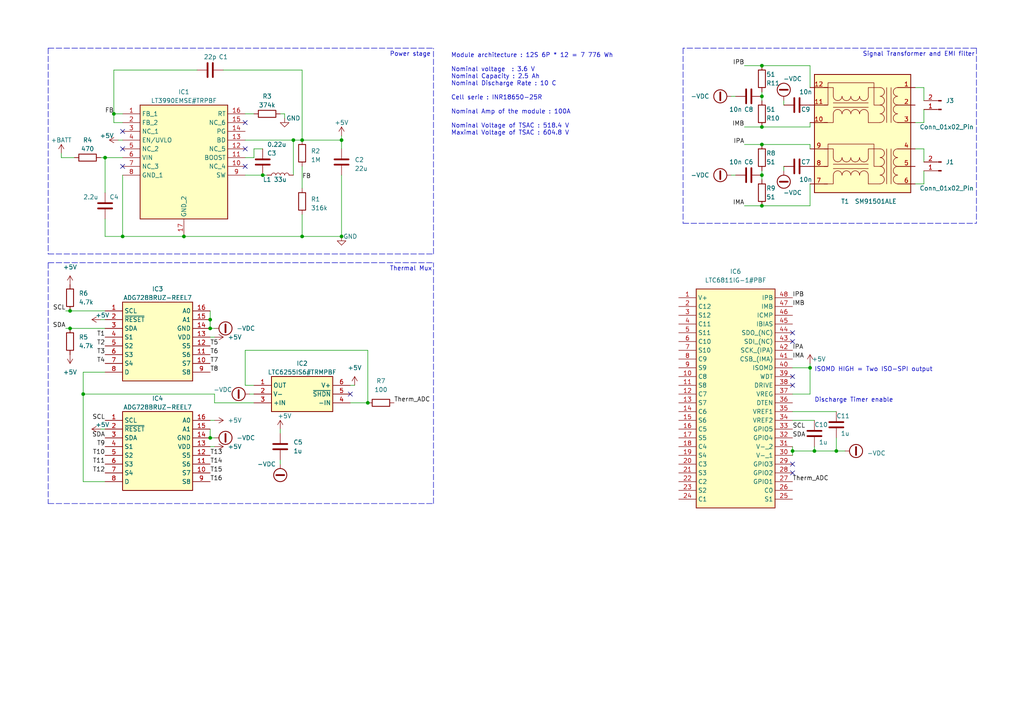
<source format=kicad_sch>
(kicad_sch (version 20230121) (generator eeschema)

  (uuid fbb3bfd2-cb0c-4aaf-a640-dea07a8873d3)

  (paper "A4")

  (lib_symbols
    (symbol "Connector:Conn_01x02_Pin" (pin_names (offset 1.016) hide) (in_bom yes) (on_board yes)
      (property "Reference" "J" (at 0 2.54 0)
        (effects (font (size 1.27 1.27)))
      )
      (property "Value" "Conn_01x02_Pin" (at 0 -5.08 0)
        (effects (font (size 1.27 1.27)))
      )
      (property "Footprint" "" (at 0 0 0)
        (effects (font (size 1.27 1.27)) hide)
      )
      (property "Datasheet" "~" (at 0 0 0)
        (effects (font (size 1.27 1.27)) hide)
      )
      (property "ki_locked" "" (at 0 0 0)
        (effects (font (size 1.27 1.27)))
      )
      (property "ki_keywords" "connector" (at 0 0 0)
        (effects (font (size 1.27 1.27)) hide)
      )
      (property "ki_description" "Generic connector, single row, 01x02, script generated" (at 0 0 0)
        (effects (font (size 1.27 1.27)) hide)
      )
      (property "ki_fp_filters" "Connector*:*_1x??_*" (at 0 0 0)
        (effects (font (size 1.27 1.27)) hide)
      )
      (symbol "Conn_01x02_Pin_1_1"
        (polyline
          (pts
            (xy 1.27 -2.54)
            (xy 0.8636 -2.54)
          )
          (stroke (width 0.1524) (type default))
          (fill (type none))
        )
        (polyline
          (pts
            (xy 1.27 0)
            (xy 0.8636 0)
          )
          (stroke (width 0.1524) (type default))
          (fill (type none))
        )
        (rectangle (start 0.8636 -2.413) (end 0 -2.667)
          (stroke (width 0.1524) (type default))
          (fill (type outline))
        )
        (rectangle (start 0.8636 0.127) (end 0 -0.127)
          (stroke (width 0.1524) (type default))
          (fill (type outline))
        )
        (pin passive line (at 5.08 0 180) (length 3.81)
          (name "Pin_1" (effects (font (size 1.27 1.27))))
          (number "1" (effects (font (size 1.27 1.27))))
        )
        (pin passive line (at 5.08 -2.54 180) (length 3.81)
          (name "Pin_2" (effects (font (size 1.27 1.27))))
          (number "2" (effects (font (size 1.27 1.27))))
        )
      )
    )
    (symbol "Device:C" (pin_numbers hide) (pin_names (offset 0.254)) (in_bom yes) (on_board yes)
      (property "Reference" "C" (at 0.635 2.54 0)
        (effects (font (size 1.27 1.27)) (justify left))
      )
      (property "Value" "C" (at 0.635 -2.54 0)
        (effects (font (size 1.27 1.27)) (justify left))
      )
      (property "Footprint" "" (at 0.9652 -3.81 0)
        (effects (font (size 1.27 1.27)) hide)
      )
      (property "Datasheet" "~" (at 0 0 0)
        (effects (font (size 1.27 1.27)) hide)
      )
      (property "ki_keywords" "cap capacitor" (at 0 0 0)
        (effects (font (size 1.27 1.27)) hide)
      )
      (property "ki_description" "Unpolarized capacitor" (at 0 0 0)
        (effects (font (size 1.27 1.27)) hide)
      )
      (property "ki_fp_filters" "C_*" (at 0 0 0)
        (effects (font (size 1.27 1.27)) hide)
      )
      (symbol "C_0_1"
        (polyline
          (pts
            (xy -2.032 -0.762)
            (xy 2.032 -0.762)
          )
          (stroke (width 0.508) (type default))
          (fill (type none))
        )
        (polyline
          (pts
            (xy -2.032 0.762)
            (xy 2.032 0.762)
          )
          (stroke (width 0.508) (type default))
          (fill (type none))
        )
      )
      (symbol "C_1_1"
        (pin passive line (at 0 3.81 270) (length 2.794)
          (name "~" (effects (font (size 1.27 1.27))))
          (number "1" (effects (font (size 1.27 1.27))))
        )
        (pin passive line (at 0 -3.81 90) (length 2.794)
          (name "~" (effects (font (size 1.27 1.27))))
          (number "2" (effects (font (size 1.27 1.27))))
        )
      )
    )
    (symbol "Device:L" (pin_numbers hide) (pin_names (offset 1.016) hide) (in_bom yes) (on_board yes)
      (property "Reference" "L" (at -1.27 0 90)
        (effects (font (size 1.27 1.27)))
      )
      (property "Value" "L" (at 1.905 0 90)
        (effects (font (size 1.27 1.27)))
      )
      (property "Footprint" "" (at 0 0 0)
        (effects (font (size 1.27 1.27)) hide)
      )
      (property "Datasheet" "~" (at 0 0 0)
        (effects (font (size 1.27 1.27)) hide)
      )
      (property "ki_keywords" "inductor choke coil reactor magnetic" (at 0 0 0)
        (effects (font (size 1.27 1.27)) hide)
      )
      (property "ki_description" "Inductor" (at 0 0 0)
        (effects (font (size 1.27 1.27)) hide)
      )
      (property "ki_fp_filters" "Choke_* *Coil* Inductor_* L_*" (at 0 0 0)
        (effects (font (size 1.27 1.27)) hide)
      )
      (symbol "L_0_1"
        (arc (start 0 -2.54) (mid 0.6323 -1.905) (end 0 -1.27)
          (stroke (width 0) (type default))
          (fill (type none))
        )
        (arc (start 0 -1.27) (mid 0.6323 -0.635) (end 0 0)
          (stroke (width 0) (type default))
          (fill (type none))
        )
        (arc (start 0 0) (mid 0.6323 0.635) (end 0 1.27)
          (stroke (width 0) (type default))
          (fill (type none))
        )
        (arc (start 0 1.27) (mid 0.6323 1.905) (end 0 2.54)
          (stroke (width 0) (type default))
          (fill (type none))
        )
      )
      (symbol "L_1_1"
        (pin passive line (at 0 3.81 270) (length 1.27)
          (name "1" (effects (font (size 1.27 1.27))))
          (number "1" (effects (font (size 1.27 1.27))))
        )
        (pin passive line (at 0 -3.81 90) (length 1.27)
          (name "2" (effects (font (size 1.27 1.27))))
          (number "2" (effects (font (size 1.27 1.27))))
        )
      )
    )
    (symbol "Device:R" (pin_numbers hide) (pin_names (offset 0)) (in_bom yes) (on_board yes)
      (property "Reference" "R" (at 2.032 0 90)
        (effects (font (size 1.27 1.27)))
      )
      (property "Value" "R" (at 0 0 90)
        (effects (font (size 1.27 1.27)))
      )
      (property "Footprint" "" (at -1.778 0 90)
        (effects (font (size 1.27 1.27)) hide)
      )
      (property "Datasheet" "~" (at 0 0 0)
        (effects (font (size 1.27 1.27)) hide)
      )
      (property "ki_keywords" "R res resistor" (at 0 0 0)
        (effects (font (size 1.27 1.27)) hide)
      )
      (property "ki_description" "Resistor" (at 0 0 0)
        (effects (font (size 1.27 1.27)) hide)
      )
      (property "ki_fp_filters" "R_*" (at 0 0 0)
        (effects (font (size 1.27 1.27)) hide)
      )
      (symbol "R_0_1"
        (rectangle (start -1.016 -2.54) (end 1.016 2.54)
          (stroke (width 0.254) (type default))
          (fill (type none))
        )
      )
      (symbol "R_1_1"
        (pin passive line (at 0 3.81 270) (length 1.27)
          (name "~" (effects (font (size 1.27 1.27))))
          (number "1" (effects (font (size 1.27 1.27))))
        )
        (pin passive line (at 0 -3.81 90) (length 1.27)
          (name "~" (effects (font (size 1.27 1.27))))
          (number "2" (effects (font (size 1.27 1.27))))
        )
      )
    )
    (symbol "EPSA_lib:BMS LTC6811IG-1#PBF" (in_bom yes) (on_board yes)
      (property "Reference" "IC" (at 29.21 7.62 0)
        (effects (font (size 1.27 1.27)) (justify left top))
      )
      (property "Value" "LTC6811IG-1#PBF" (at 29.21 5.08 0)
        (effects (font (size 1.27 1.27)) (justify left top))
      )
      (property "Footprint" "SOP50P780X200-48N" (at 29.21 -94.92 0)
        (effects (font (size 1.27 1.27)) (justify left top) hide)
      )
      (property "Datasheet" "https://www.arrow.com/en/products/ltc6811ig-1pbf/analog-devices" (at 29.21 -194.92 0)
        (effects (font (size 1.27 1.27)) (justify left top) hide)
      )
      (property "Height" "2" (at 29.21 -394.92 0)
        (effects (font (size 1.27 1.27)) (justify left top) hide)
      )
      (property "Mouser Part Number" "584-LTC6811IG-1#PBF" (at 29.21 -494.92 0)
        (effects (font (size 1.27 1.27)) (justify left top) hide)
      )
      (property "Mouser Price/Stock" "https://www.mouser.co.uk/ProductDetail/Analog-Devices/LTC6811IG-1PBF?qs=oahfZPh6IAL9qJ0YPEk6qg%3D%3D" (at 29.21 -594.92 0)
        (effects (font (size 1.27 1.27)) (justify left top) hide)
      )
      (property "Manufacturer_Name" "Analog Devices" (at 29.21 -694.92 0)
        (effects (font (size 1.27 1.27)) (justify left top) hide)
      )
      (property "Manufacturer_Part_Number" "LTC6811IG-1#PBF" (at 29.21 -794.92 0)
        (effects (font (size 1.27 1.27)) (justify left top) hide)
      )
      (property "ki_description" "Battery Monitoring 5.7V Automotive 48-Pin SSOP Tube" (at 0 0 0)
        (effects (font (size 1.27 1.27)) hide)
      )
      (symbol "BMS LTC6811IG-1#PBF_1_1"
        (rectangle (start 5.08 2.54) (end 27.94 -60.96)
          (stroke (width 0.254) (type default))
          (fill (type background))
        )
        (pin passive line (at 0 0 0) (length 5.08)
          (name "V+" (effects (font (size 1.27 1.27))))
          (number "1" (effects (font (size 1.27 1.27))))
        )
        (pin passive line (at 0 -22.86 0) (length 5.08)
          (name "C8" (effects (font (size 1.27 1.27))))
          (number "10" (effects (font (size 1.27 1.27))))
        )
        (pin passive line (at 0 -25.4 0) (length 5.08)
          (name "S8" (effects (font (size 1.27 1.27))))
          (number "11" (effects (font (size 1.27 1.27))))
        )
        (pin passive line (at 0 -27.94 0) (length 5.08)
          (name "C7" (effects (font (size 1.27 1.27))))
          (number "12" (effects (font (size 1.27 1.27))))
        )
        (pin passive line (at 0 -30.48 0) (length 5.08)
          (name "S7" (effects (font (size 1.27 1.27))))
          (number "13" (effects (font (size 1.27 1.27))))
        )
        (pin passive line (at 0 -33.02 0) (length 5.08)
          (name "C6" (effects (font (size 1.27 1.27))))
          (number "14" (effects (font (size 1.27 1.27))))
        )
        (pin passive line (at 0 -35.56 0) (length 5.08)
          (name "S6" (effects (font (size 1.27 1.27))))
          (number "15" (effects (font (size 1.27 1.27))))
        )
        (pin passive line (at 0 -38.1 0) (length 5.08)
          (name "C5" (effects (font (size 1.27 1.27))))
          (number "16" (effects (font (size 1.27 1.27))))
        )
        (pin passive line (at 0 -40.64 0) (length 5.08)
          (name "S5" (effects (font (size 1.27 1.27))))
          (number "17" (effects (font (size 1.27 1.27))))
        )
        (pin passive line (at 0 -43.18 0) (length 5.08)
          (name "C4" (effects (font (size 1.27 1.27))))
          (number "18" (effects (font (size 1.27 1.27))))
        )
        (pin passive line (at 0 -45.72 0) (length 5.08)
          (name "S4" (effects (font (size 1.27 1.27))))
          (number "19" (effects (font (size 1.27 1.27))))
        )
        (pin passive line (at 0 -2.54 0) (length 5.08)
          (name "C12" (effects (font (size 1.27 1.27))))
          (number "2" (effects (font (size 1.27 1.27))))
        )
        (pin passive line (at 0 -48.26 0) (length 5.08)
          (name "C3" (effects (font (size 1.27 1.27))))
          (number "20" (effects (font (size 1.27 1.27))))
        )
        (pin passive line (at 0 -50.8 0) (length 5.08)
          (name "S3" (effects (font (size 1.27 1.27))))
          (number "21" (effects (font (size 1.27 1.27))))
        )
        (pin passive line (at 0 -53.34 0) (length 5.08)
          (name "C2" (effects (font (size 1.27 1.27))))
          (number "22" (effects (font (size 1.27 1.27))))
        )
        (pin passive line (at 0 -55.88 0) (length 5.08)
          (name "S2" (effects (font (size 1.27 1.27))))
          (number "23" (effects (font (size 1.27 1.27))))
        )
        (pin passive line (at 0 -58.42 0) (length 5.08)
          (name "C1" (effects (font (size 1.27 1.27))))
          (number "24" (effects (font (size 1.27 1.27))))
        )
        (pin passive line (at 33.02 -58.42 180) (length 5.08)
          (name "S1" (effects (font (size 1.27 1.27))))
          (number "25" (effects (font (size 1.27 1.27))))
        )
        (pin passive line (at 33.02 -55.88 180) (length 5.08)
          (name "C0" (effects (font (size 1.27 1.27))))
          (number "26" (effects (font (size 1.27 1.27))))
        )
        (pin passive line (at 33.02 -53.34 180) (length 5.08)
          (name "GPIO1" (effects (font (size 1.27 1.27))))
          (number "27" (effects (font (size 1.27 1.27))))
        )
        (pin passive line (at 33.02 -50.8 180) (length 5.08)
          (name "GPIO2" (effects (font (size 1.27 1.27))))
          (number "28" (effects (font (size 1.27 1.27))))
        )
        (pin passive line (at 33.02 -48.26 180) (length 5.08)
          (name "GPIO3" (effects (font (size 1.27 1.27))))
          (number "29" (effects (font (size 1.27 1.27))))
        )
        (pin passive line (at 0 -5.08 0) (length 5.08)
          (name "S12" (effects (font (size 1.27 1.27))))
          (number "3" (effects (font (size 1.27 1.27))))
        )
        (pin passive line (at 33.02 -45.72 180) (length 5.08)
          (name "V-_1" (effects (font (size 1.27 1.27))))
          (number "30" (effects (font (size 1.27 1.27))))
        )
        (pin passive line (at 33.02 -43.18 180) (length 5.08)
          (name "V-_2" (effects (font (size 1.27 1.27))))
          (number "31" (effects (font (size 1.27 1.27))))
        )
        (pin passive line (at 33.02 -40.64 180) (length 5.08)
          (name "GPIO4" (effects (font (size 1.27 1.27))))
          (number "32" (effects (font (size 1.27 1.27))))
        )
        (pin passive line (at 33.02 -38.1 180) (length 5.08)
          (name "GPIO5" (effects (font (size 1.27 1.27))))
          (number "33" (effects (font (size 1.27 1.27))))
        )
        (pin passive line (at 33.02 -35.56 180) (length 5.08)
          (name "VREF2" (effects (font (size 1.27 1.27))))
          (number "34" (effects (font (size 1.27 1.27))))
        )
        (pin passive line (at 33.02 -33.02 180) (length 5.08)
          (name "VREF1" (effects (font (size 1.27 1.27))))
          (number "35" (effects (font (size 1.27 1.27))))
        )
        (pin passive line (at 33.02 -30.48 180) (length 5.08)
          (name "DTEN" (effects (font (size 1.27 1.27))))
          (number "36" (effects (font (size 1.27 1.27))))
        )
        (pin passive line (at 33.02 -27.94 180) (length 5.08)
          (name "VREG" (effects (font (size 1.27 1.27))))
          (number "37" (effects (font (size 1.27 1.27))))
        )
        (pin passive line (at 33.02 -25.4 180) (length 5.08)
          (name "DRIVE" (effects (font (size 1.27 1.27))))
          (number "38" (effects (font (size 1.27 1.27))))
        )
        (pin passive line (at 33.02 -22.86 180) (length 5.08)
          (name "WDT" (effects (font (size 1.27 1.27))))
          (number "39" (effects (font (size 1.27 1.27))))
        )
        (pin passive line (at 0 -7.62 0) (length 5.08)
          (name "C11" (effects (font (size 1.27 1.27))))
          (number "4" (effects (font (size 1.27 1.27))))
        )
        (pin passive line (at 33.02 -20.32 180) (length 5.08)
          (name "ISOMD" (effects (font (size 1.27 1.27))))
          (number "40" (effects (font (size 1.27 1.27))))
        )
        (pin passive line (at 33.02 -17.78 180) (length 5.08)
          (name "CSB_(IMA)" (effects (font (size 1.27 1.27))))
          (number "41" (effects (font (size 1.27 1.27))))
        )
        (pin passive line (at 33.02 -15.24 180) (length 5.08)
          (name "SCK_(IPA)" (effects (font (size 1.27 1.27))))
          (number "42" (effects (font (size 1.27 1.27))))
        )
        (pin passive line (at 33.02 -12.7 180) (length 5.08)
          (name "SDI_(NC)" (effects (font (size 1.27 1.27))))
          (number "43" (effects (font (size 1.27 1.27))))
        )
        (pin passive line (at 33.02 -10.16 180) (length 5.08)
          (name "SDO_(NC)" (effects (font (size 1.27 1.27))))
          (number "44" (effects (font (size 1.27 1.27))))
        )
        (pin passive line (at 33.02 -7.62 180) (length 5.08)
          (name "IBIAS" (effects (font (size 1.27 1.27))))
          (number "45" (effects (font (size 1.27 1.27))))
        )
        (pin passive line (at 33.02 -5.08 180) (length 5.08)
          (name "ICMP" (effects (font (size 1.27 1.27))))
          (number "46" (effects (font (size 1.27 1.27))))
        )
        (pin passive line (at 33.02 -2.54 180) (length 5.08)
          (name "IMB" (effects (font (size 1.27 1.27))))
          (number "47" (effects (font (size 1.27 1.27))))
        )
        (pin passive line (at 33.02 0 180) (length 5.08)
          (name "IPB" (effects (font (size 1.27 1.27))))
          (number "48" (effects (font (size 1.27 1.27))))
        )
        (pin passive line (at 0 -10.16 0) (length 5.08)
          (name "S11" (effects (font (size 1.27 1.27))))
          (number "5" (effects (font (size 1.27 1.27))))
        )
        (pin passive line (at 0 -12.7 0) (length 5.08)
          (name "C10" (effects (font (size 1.27 1.27))))
          (number "6" (effects (font (size 1.27 1.27))))
        )
        (pin passive line (at 0 -15.24 0) (length 5.08)
          (name "S10" (effects (font (size 1.27 1.27))))
          (number "7" (effects (font (size 1.27 1.27))))
        )
        (pin passive line (at 0 -17.78 0) (length 5.08)
          (name "C9" (effects (font (size 1.27 1.27))))
          (number "8" (effects (font (size 1.27 1.27))))
        )
        (pin passive line (at 0 -20.32 0) (length 5.08)
          (name "S9" (effects (font (size 1.27 1.27))))
          (number "9" (effects (font (size 1.27 1.27))))
        )
      )
    )
    (symbol "EPSA_lib:BMS Transf SM91501ALE" (pin_names hide) (in_bom yes) (on_board yes)
      (property "Reference" "T" (at 12.7 25.4 0)
        (effects (font (size 1.27 1.27)) (justify left top))
      )
      (property "Value" "SM91501ALE" (at 20.32 25.4 0)
        (effects (font (size 1.27 1.27)) (justify left top))
      )
      (property "Footprint" "SOP200P1473X500-12N" (at 29.21 -94.92 0)
        (effects (font (size 1.27 1.27)) (justify left top) hide)
      )
      (property "Datasheet" "https://componentsearchengine.com/Datasheets/1/SM91501ALE.pdf" (at 29.21 -194.92 0)
        (effects (font (size 1.27 1.27)) (justify left top) hide)
      )
      (property "Height" "5" (at 29.21 -394.92 0)
        (effects (font (size 1.27 1.27)) (justify left top) hide)
      )
      (property "Mouser Part Number" "652-SM91501ALE" (at 29.21 -494.92 0)
        (effects (font (size 1.27 1.27)) (justify left top) hide)
      )
      (property "Mouser Price/Stock" "https://www.mouser.co.uk/ProductDetail/Bourns/SM91501ALE?qs=qSfuJ%252Bfl%2Fd67nNHsx2b1iA%3D%3D" (at 29.21 -594.92 0)
        (effects (font (size 1.27 1.27)) (justify left top) hide)
      )
      (property "Manufacturer_Name" "Bourns" (at 29.21 -694.92 0)
        (effects (font (size 1.27 1.27)) (justify left top) hide)
      )
      (property "Manufacturer_Part_Number" "SM91501ALE" (at 29.21 -794.92 0)
        (effects (font (size 1.27 1.27)) (justify left top) hide)
      )
      (property "ki_description" "Audio Transformers / Signal Transformers BMS xformer 2-Ch 1600V AECQ +125 C" (at 0 0 0)
        (effects (font (size 1.27 1.27)) hide)
      )
      (symbol "BMS Transf SM91501ALE_0_1"
        (polyline
          (pts
            (xy 12.065 20.32)
            (xy 12.065 10.16)
          )
          (stroke (width 0) (type default))
          (fill (type none))
        )
        (polyline
          (pts
            (xy 12.065 38.1)
            (xy 12.065 27.94)
          )
          (stroke (width 0) (type default))
          (fill (type none))
        )
        (polyline
          (pts
            (xy 13.335 10.16)
            (xy 13.335 20.32)
          )
          (stroke (width 0) (type default))
          (fill (type none))
        )
        (polyline
          (pts
            (xy 13.335 27.94)
            (xy 13.335 38.1)
          )
          (stroke (width 0) (type default))
          (fill (type none))
        )
        (polyline
          (pts
            (xy 18.669 10.16)
            (xy 15.24 10.16)
          )
          (stroke (width 0) (type default))
          (fill (type none))
        )
        (polyline
          (pts
            (xy 18.669 12.7)
            (xy 18.669 10.16)
          )
          (stroke (width 0) (type default))
          (fill (type none))
        )
        (polyline
          (pts
            (xy 18.669 14.605)
            (xy 28.829 14.605)
          )
          (stroke (width 0) (type default))
          (fill (type none))
        )
        (polyline
          (pts
            (xy 18.669 27.94)
            (xy 15.24 27.94)
          )
          (stroke (width 0) (type default))
          (fill (type none))
        )
        (polyline
          (pts
            (xy 18.669 30.48)
            (xy 18.669 27.94)
          )
          (stroke (width 0) (type default))
          (fill (type none))
        )
        (polyline
          (pts
            (xy 18.669 32.385)
            (xy 28.829 32.385)
          )
          (stroke (width 0) (type default))
          (fill (type none))
        )
        (polyline
          (pts
            (xy 28.829 15.875)
            (xy 18.669 15.875)
          )
          (stroke (width 0) (type default))
          (fill (type none))
        )
        (polyline
          (pts
            (xy 28.829 33.655)
            (xy 18.669 33.655)
          )
          (stroke (width 0) (type default))
          (fill (type none))
        )
        (polyline
          (pts
            (xy 15.24 20.32)
            (xy 18.669 20.32)
            (xy 18.669 17.78)
          )
          (stroke (width 0) (type default))
          (fill (type none))
        )
        (polyline
          (pts
            (xy 15.24 38.1)
            (xy 18.669 38.1)
            (xy 18.669 35.56)
          )
          (stroke (width 0) (type default))
          (fill (type none))
        )
        (polyline
          (pts
            (xy 28.829 12.7)
            (xy 28.829 10.16)
            (xy 31.496 10.16)
          )
          (stroke (width 0) (type default))
          (fill (type none))
        )
        (polyline
          (pts
            (xy 28.829 17.78)
            (xy 28.829 20.32)
            (xy 31.496 20.32)
          )
          (stroke (width 0) (type default))
          (fill (type none))
        )
        (polyline
          (pts
            (xy 28.829 30.48)
            (xy 28.829 27.94)
            (xy 31.496 27.94)
          )
          (stroke (width 0) (type default))
          (fill (type none))
        )
        (polyline
          (pts
            (xy 28.829 35.56)
            (xy 28.829 38.1)
            (xy 31.496 38.1)
          )
          (stroke (width 0) (type default))
          (fill (type none))
        )
        (polyline
          (pts
            (xy 15.24 15.24)
            (xy 17.018 15.24)
            (xy 17.018 21.717)
            (xy 30.353 21.717)
            (xy 30.353 15.24)
            (xy 31.496 15.24)
          )
          (stroke (width 0) (type default))
          (fill (type none))
        )
        (polyline
          (pts
            (xy 15.24 33.02)
            (xy 17.018 33.02)
            (xy 17.018 39.497)
            (xy 30.353 39.497)
            (xy 30.353 33.02)
            (xy 31.496 33.02)
          )
          (stroke (width 0) (type default))
          (fill (type none))
        )
        (arc (start 10.16 10.1854) (mid 11.0438 10.5541) (end 11.43 11.43)
          (stroke (width 0) (type default))
          (fill (type none))
        )
        (arc (start 10.16 12.7254) (mid 11.0438 13.0941) (end 11.43 13.97)
          (stroke (width 0) (type default))
          (fill (type none))
        )
        (arc (start 10.16 15.2654) (mid 11.0438 15.6341) (end 11.43 16.51)
          (stroke (width 0) (type default))
          (fill (type none))
        )
        (arc (start 10.16 17.8054) (mid 11.0438 18.1741) (end 11.43 19.05)
          (stroke (width 0) (type default))
          (fill (type none))
        )
        (arc (start 10.16 27.9654) (mid 11.0439 28.3337) (end 11.43 29.21)
          (stroke (width 0) (type default))
          (fill (type none))
        )
        (arc (start 10.16 30.5054) (mid 11.0439 30.8737) (end 11.43 31.75)
          (stroke (width 0) (type default))
          (fill (type none))
        )
        (arc (start 10.16 33.0454) (mid 11.0439 33.4137) (end 11.43 34.29)
          (stroke (width 0) (type default))
          (fill (type none))
        )
        (arc (start 10.16 35.5854) (mid 11.0439 35.9537) (end 11.43 36.83)
          (stroke (width 0) (type default))
          (fill (type none))
        )
        (arc (start 11.43 11.43) (mid 11.058 12.328) (end 10.16 12.7)
          (stroke (width 0) (type default))
          (fill (type none))
        )
        (arc (start 11.43 13.97) (mid 11.058 14.868) (end 10.16 15.24)
          (stroke (width 0) (type default))
          (fill (type none))
        )
        (arc (start 11.43 16.51) (mid 11.058 17.408) (end 10.16 17.78)
          (stroke (width 0) (type default))
          (fill (type none))
        )
        (arc (start 11.43 19.05) (mid 11.058 19.948) (end 10.16 20.32)
          (stroke (width 0) (type default))
          (fill (type none))
        )
        (arc (start 11.43 29.21) (mid 11.058 30.108) (end 10.16 30.48)
          (stroke (width 0) (type default))
          (fill (type none))
        )
        (arc (start 11.43 31.75) (mid 11.058 32.648) (end 10.16 33.02)
          (stroke (width 0) (type default))
          (fill (type none))
        )
        (arc (start 11.43 34.29) (mid 11.058 35.188) (end 10.16 35.56)
          (stroke (width 0) (type default))
          (fill (type none))
        )
        (arc (start 11.43 36.83) (mid 11.058 37.728) (end 10.16 38.1)
          (stroke (width 0) (type default))
          (fill (type none))
        )
        (arc (start 13.9954 13.97) (mid 14.3599 13.0899) (end 15.24 12.7254)
          (stroke (width 0) (type default))
          (fill (type none))
        )
        (arc (start 13.9954 16.51) (mid 14.3599 15.6299) (end 15.24 15.2654)
          (stroke (width 0) (type default))
          (fill (type none))
        )
        (arc (start 13.9954 19.05) (mid 14.3599 18.1699) (end 15.24 17.8054)
          (stroke (width 0) (type default))
          (fill (type none))
        )
        (arc (start 13.9954 31.75) (mid 14.3599 30.8699) (end 15.24 30.5054)
          (stroke (width 0) (type default))
          (fill (type none))
        )
        (arc (start 13.9954 34.29) (mid 14.3599 33.4099) (end 15.24 33.0454)
          (stroke (width 0) (type default))
          (fill (type none))
        )
        (arc (start 13.9954 36.83) (mid 14.3599 35.9499) (end 15.24 35.5854)
          (stroke (width 0) (type default))
          (fill (type none))
        )
        (arc (start 14.0208 11.43) (mid 14.3853 10.5497) (end 15.2654 10.1854)
          (stroke (width 0) (type default))
          (fill (type none))
        )
        (arc (start 14.0208 29.21) (mid 14.3854 28.3301) (end 15.2654 27.9654)
          (stroke (width 0) (type default))
          (fill (type none))
        )
        (arc (start 15.24 15.24) (mid 14.3419 14.8729) (end 13.9954 13.97)
          (stroke (width 0) (type default))
          (fill (type none))
        )
        (arc (start 15.24 17.78) (mid 14.3419 17.4129) (end 13.9954 16.51)
          (stroke (width 0) (type default))
          (fill (type none))
        )
        (arc (start 15.24 20.32) (mid 14.3419 19.9529) (end 13.9954 19.05)
          (stroke (width 0) (type default))
          (fill (type none))
        )
        (arc (start 15.24 33.02) (mid 14.3458 32.6515) (end 13.9954 31.75)
          (stroke (width 0) (type default))
          (fill (type none))
        )
        (arc (start 15.24 35.56) (mid 14.3458 35.1915) (end 13.9954 34.29)
          (stroke (width 0) (type default))
          (fill (type none))
        )
        (arc (start 15.24 38.1) (mid 14.3458 37.7315) (end 13.9954 36.83)
          (stroke (width 0) (type default))
          (fill (type none))
        )
        (arc (start 15.2654 12.7) (mid 14.3741 12.3307) (end 14.0208 11.43)
          (stroke (width 0) (type default))
          (fill (type none))
        )
        (arc (start 15.2654 30.48) (mid 14.3709 30.1117) (end 14.0208 29.21)
          (stroke (width 0) (type default))
          (fill (type none))
        )
        (arc (start 18.669 17.78) (mid 19.0387 16.8874) (end 19.939 16.5354)
          (stroke (width 0) (type default))
          (fill (type none))
        )
        (arc (start 18.669 35.56) (mid 19.0384 34.6671) (end 19.939 34.3154)
          (stroke (width 0) (type default))
          (fill (type none))
        )
        (arc (start 19.939 13.97) (mid 19.0406 13.5979) (end 18.669 12.7)
          (stroke (width 0) (type default))
          (fill (type none))
        )
        (arc (start 19.939 16.5354) (mid 20.8186 16.8998) (end 21.1836 17.78)
          (stroke (width 0) (type default))
          (fill (type none))
        )
        (arc (start 19.939 31.75) (mid 19.041 31.378) (end 18.669 30.48)
          (stroke (width 0) (type default))
          (fill (type none))
        )
        (arc (start 19.939 34.3154) (mid 20.8191 34.6799) (end 21.1836 35.56)
          (stroke (width 0) (type default))
          (fill (type none))
        )
        (arc (start 21.1836 12.7) (mid 20.8154 13.584) (end 19.939 13.97)
          (stroke (width 0) (type default))
          (fill (type none))
        )
        (arc (start 21.1836 30.48) (mid 20.8154 31.364) (end 19.939 31.75)
          (stroke (width 0) (type default))
          (fill (type none))
        )
        (arc (start 21.209 17.78) (mid 21.5787 16.8874) (end 22.479 16.5354)
          (stroke (width 0) (type default))
          (fill (type none))
        )
        (arc (start 21.209 35.56) (mid 21.5784 34.6671) (end 22.479 34.3154)
          (stroke (width 0) (type default))
          (fill (type none))
        )
        (arc (start 22.479 13.97) (mid 21.5806 13.5979) (end 21.209 12.7)
          (stroke (width 0) (type default))
          (fill (type none))
        )
        (arc (start 22.479 16.5354) (mid 23.3586 16.8998) (end 23.7236 17.78)
          (stroke (width 0) (type default))
          (fill (type none))
        )
        (arc (start 22.479 31.75) (mid 21.581 31.378) (end 21.209 30.48)
          (stroke (width 0) (type default))
          (fill (type none))
        )
        (arc (start 22.479 34.3154) (mid 23.3591 34.6799) (end 23.7236 35.56)
          (stroke (width 0) (type default))
          (fill (type none))
        )
        (arc (start 23.7236 12.7) (mid 23.3554 13.584) (end 22.479 13.97)
          (stroke (width 0) (type default))
          (fill (type none))
        )
        (arc (start 23.7236 30.48) (mid 23.3554 31.364) (end 22.479 31.75)
          (stroke (width 0) (type default))
          (fill (type none))
        )
        (arc (start 23.749 17.78) (mid 24.1187 16.8874) (end 25.019 16.5354)
          (stroke (width 0) (type default))
          (fill (type none))
        )
        (arc (start 23.749 35.56) (mid 24.1184 34.6671) (end 25.019 34.3154)
          (stroke (width 0) (type default))
          (fill (type none))
        )
        (arc (start 25.019 13.97) (mid 24.1206 13.5979) (end 23.749 12.7)
          (stroke (width 0) (type default))
          (fill (type none))
        )
        (arc (start 25.019 16.5354) (mid 25.8986 16.8998) (end 26.2636 17.78)
          (stroke (width 0) (type default))
          (fill (type none))
        )
        (arc (start 25.019 31.75) (mid 24.121 31.378) (end 23.749 30.48)
          (stroke (width 0) (type default))
          (fill (type none))
        )
        (arc (start 25.019 34.3154) (mid 25.8991 34.6799) (end 26.2636 35.56)
          (stroke (width 0) (type default))
          (fill (type none))
        )
        (arc (start 26.2636 12.7) (mid 25.8954 13.584) (end 25.019 13.97)
          (stroke (width 0) (type default))
          (fill (type none))
        )
        (arc (start 26.2636 30.48) (mid 25.8954 31.364) (end 25.019 31.75)
          (stroke (width 0) (type default))
          (fill (type none))
        )
        (arc (start 26.289 17.8054) (mid 26.6558 16.9094) (end 27.559 16.5608)
          (stroke (width 0) (type default))
          (fill (type none))
        )
        (arc (start 26.289 35.5854) (mid 26.6565 34.6888) (end 27.559 34.3408)
          (stroke (width 0) (type default))
          (fill (type none))
        )
        (arc (start 27.559 13.97) (mid 26.6606 13.5979) (end 26.289 12.7)
          (stroke (width 0) (type default))
          (fill (type none))
        )
        (arc (start 27.559 16.5608) (mid 28.4403 16.9249) (end 28.8036 17.8054)
          (stroke (width 0) (type default))
          (fill (type none))
        )
        (arc (start 27.559 31.75) (mid 26.661 31.378) (end 26.289 30.48)
          (stroke (width 0) (type default))
          (fill (type none))
        )
        (arc (start 27.559 34.3408) (mid 28.4393 34.7053) (end 28.8036 35.5854)
          (stroke (width 0) (type default))
          (fill (type none))
        )
        (arc (start 28.8036 12.7) (mid 28.4354 13.584) (end 27.559 13.97)
          (stroke (width 0) (type default))
          (fill (type none))
        )
        (arc (start 28.8036 30.48) (mid 28.4354 31.364) (end 27.559 31.75)
          (stroke (width 0) (type default))
          (fill (type none))
        )
      )
      (symbol "BMS Transf SM91501ALE_1_1"
        (rectangle (start 6.35 41.91) (end 34.29 7.62)
          (stroke (width 0.254) (type default))
          (fill (type background))
        )
        (pin passive line (at 5.08 38.1 0) (length 5.08)
          (name "PRI1_1" (effects (font (size 1.27 1.27))))
          (number "1" (effects (font (size 1.27 1.27))))
        )
        (pin passive line (at 35.56 27.94 180) (length 5.08)
          (name "SEC1_1" (effects (font (size 1.27 1.27))))
          (number "10" (effects (font (size 1.27 1.27))))
        )
        (pin passive line (at 35.56 33.02 180) (length 5.08)
          (name "SEC1_2" (effects (font (size 1.27 1.27))))
          (number "11" (effects (font (size 1.27 1.27))))
        )
        (pin passive line (at 35.56 38.1 180) (length 5.08)
          (name "SEC1_3" (effects (font (size 1.27 1.27))))
          (number "12" (effects (font (size 1.27 1.27))))
        )
        (pin passive line (at 5.08 33.02 0) (length 5.08)
          (name "PRI1_2" (effects (font (size 1.27 1.27))))
          (number "2" (effects (font (size 1.27 1.27))))
        )
        (pin passive line (at 5.08 27.94 0) (length 5.08)
          (name "PRI1_3" (effects (font (size 1.27 1.27))))
          (number "3" (effects (font (size 1.27 1.27))))
        )
        (pin passive line (at 5.08 20.32 0) (length 5.08)
          (name "PRI2_1" (effects (font (size 1.27 1.27))))
          (number "4" (effects (font (size 1.27 1.27))))
        )
        (pin passive line (at 5.08 15.24 0) (length 5.08)
          (name "PRI2_2" (effects (font (size 1.27 1.27))))
          (number "5" (effects (font (size 1.27 1.27))))
        )
        (pin passive line (at 5.08 10.16 0) (length 5.08)
          (name "PRI2_3" (effects (font (size 1.27 1.27))))
          (number "6" (effects (font (size 1.27 1.27))))
        )
        (pin passive line (at 35.56 10.16 180) (length 5.08)
          (name "SEC2_1" (effects (font (size 1.27 1.27))))
          (number "7" (effects (font (size 1.27 1.27))))
        )
        (pin passive line (at 35.56 15.24 180) (length 5.08)
          (name "SEC2_2" (effects (font (size 1.27 1.27))))
          (number "8" (effects (font (size 1.27 1.27))))
        )
        (pin passive line (at 35.56 20.32 180) (length 5.08)
          (name "SEC2_3" (effects (font (size 1.27 1.27))))
          (number "9" (effects (font (size 1.27 1.27))))
        )
      )
    )
    (symbol "EPSA_lib:I2C Mux ADG728BRUZ-REEL7" (in_bom yes) (on_board yes)
      (property "Reference" "IC" (at 26.67 7.62 0)
        (effects (font (size 1.27 1.27)) (justify left top))
      )
      (property "Value" "ADG728BRUZ-REEL7" (at 26.67 5.08 0)
        (effects (font (size 1.27 1.27)) (justify left top))
      )
      (property "Footprint" "SOP65P640X120-16N" (at 26.67 -94.92 0)
        (effects (font (size 1.27 1.27)) (justify left top) hide)
      )
      (property "Datasheet" "https://www.analog.com/media/en/technical-documentation/data-sheets/ADG728_729.pdf" (at 26.67 -194.92 0)
        (effects (font (size 1.27 1.27)) (justify left top) hide)
      )
      (property "Height" "1.2" (at 26.67 -394.92 0)
        (effects (font (size 1.27 1.27)) (justify left top) hide)
      )
      (property "Mouser Part Number" "584-ADG728BRUZ-R7" (at 26.67 -494.92 0)
        (effects (font (size 1.27 1.27)) (justify left top) hide)
      )
      (property "Mouser Price/Stock" "https://www.mouser.co.uk/ProductDetail/Analog-Devices/ADG728BRUZ-REEL7?qs=BpaRKvA4VqE46E7f7jsMmw%3D%3D" (at 26.67 -594.92 0)
        (effects (font (size 1.27 1.27)) (justify left top) hide)
      )
      (property "Manufacturer_Name" "Analog Devices" (at 26.67 -694.92 0)
        (effects (font (size 1.27 1.27)) (justify left top) hide)
      )
      (property "Manufacturer_Part_Number" "ADG728BRUZ-REEL7" (at 26.67 -794.92 0)
        (effects (font (size 1.27 1.27)) (justify left top) hide)
      )
      (property "ki_description" "Multiplexer Switch ICs SERIAL I2C, 8-ch MUX" (at 0 0 0)
        (effects (font (size 1.27 1.27)) hide)
      )
      (symbol "I2C Mux ADG728BRUZ-REEL7_1_1"
        (rectangle (start 5.08 2.54) (end 25.4 -20.32)
          (stroke (width 0.254) (type default))
          (fill (type background))
        )
        (pin passive line (at 0 0 0) (length 5.08)
          (name "SCL" (effects (font (size 1.27 1.27))))
          (number "1" (effects (font (size 1.27 1.27))))
        )
        (pin passive line (at 30.48 -15.24 180) (length 5.08)
          (name "S7" (effects (font (size 1.27 1.27))))
          (number "10" (effects (font (size 1.27 1.27))))
        )
        (pin passive line (at 30.48 -12.7 180) (length 5.08)
          (name "S6" (effects (font (size 1.27 1.27))))
          (number "11" (effects (font (size 1.27 1.27))))
        )
        (pin passive line (at 30.48 -10.16 180) (length 5.08)
          (name "S5" (effects (font (size 1.27 1.27))))
          (number "12" (effects (font (size 1.27 1.27))))
        )
        (pin passive line (at 30.48 -7.62 180) (length 5.08)
          (name "VDD" (effects (font (size 1.27 1.27))))
          (number "13" (effects (font (size 1.27 1.27))))
        )
        (pin passive line (at 30.48 -5.08 180) (length 5.08)
          (name "GND" (effects (font (size 1.27 1.27))))
          (number "14" (effects (font (size 1.27 1.27))))
        )
        (pin passive line (at 30.48 -2.54 180) (length 5.08)
          (name "A1" (effects (font (size 1.27 1.27))))
          (number "15" (effects (font (size 1.27 1.27))))
        )
        (pin passive line (at 30.48 0 180) (length 5.08)
          (name "A0" (effects (font (size 1.27 1.27))))
          (number "16" (effects (font (size 1.27 1.27))))
        )
        (pin passive line (at 0 -2.54 0) (length 5.08)
          (name "~{RESET}" (effects (font (size 1.27 1.27))))
          (number "2" (effects (font (size 1.27 1.27))))
        )
        (pin passive line (at 0 -5.08 0) (length 5.08)
          (name "SDA" (effects (font (size 1.27 1.27))))
          (number "3" (effects (font (size 1.27 1.27))))
        )
        (pin passive line (at 0 -7.62 0) (length 5.08)
          (name "S1" (effects (font (size 1.27 1.27))))
          (number "4" (effects (font (size 1.27 1.27))))
        )
        (pin passive line (at 0 -10.16 0) (length 5.08)
          (name "S2" (effects (font (size 1.27 1.27))))
          (number "5" (effects (font (size 1.27 1.27))))
        )
        (pin passive line (at 0 -12.7 0) (length 5.08)
          (name "S3" (effects (font (size 1.27 1.27))))
          (number "6" (effects (font (size 1.27 1.27))))
        )
        (pin passive line (at 0 -15.24 0) (length 5.08)
          (name "S4" (effects (font (size 1.27 1.27))))
          (number "7" (effects (font (size 1.27 1.27))))
        )
        (pin passive line (at 0 -17.78 0) (length 5.08)
          (name "D" (effects (font (size 1.27 1.27))))
          (number "8" (effects (font (size 1.27 1.27))))
        )
        (pin passive line (at 30.48 -17.78 180) (length 5.08)
          (name "S8" (effects (font (size 1.27 1.27))))
          (number "9" (effects (font (size 1.27 1.27))))
        )
      )
    )
    (symbol "EPSA_lib:LT3990EMSE#TRPBF" (in_bom yes) (on_board yes)
      (property "Reference" "IC" (at 31.75 7.62 0)
        (effects (font (size 1.27 1.27)) (justify left top))
      )
      (property "Value" "LT3990EMSE#TRPBF" (at 31.75 5.08 0)
        (effects (font (size 1.27 1.27)) (justify left top))
      )
      (property "Footprint" "SOP50P490X110-17N" (at 31.75 -94.92 0)
        (effects (font (size 1.27 1.27)) (justify left top) hide)
      )
      (property "Datasheet" "https://www.arrow.com/en/products/lt3990emsetrpbf/analog-devices" (at 31.75 -194.92 0)
        (effects (font (size 1.27 1.27)) (justify left top) hide)
      )
      (property "Height" "1.1" (at 31.75 -394.92 0)
        (effects (font (size 1.27 1.27)) (justify left top) hide)
      )
      (property "Mouser Part Number" "584-LT3990EMSE#TRPBF" (at 31.75 -494.92 0)
        (effects (font (size 1.27 1.27)) (justify left top) hide)
      )
      (property "Mouser Price/Stock" "https://www.mouser.co.uk/ProductDetail/Analog-Devices/LT3990EMSETRPBF?qs=hVkxg5c3xu84JUDF%2FgczpA%3D%3D" (at 31.75 -594.92 0)
        (effects (font (size 1.27 1.27)) (justify left top) hide)
      )
      (property "Manufacturer_Name" "Analog Devices" (at 31.75 -694.92 0)
        (effects (font (size 1.27 1.27)) (justify left top) hide)
      )
      (property "Manufacturer_Part_Number" "LT3990EMSE#TRPBF" (at 31.75 -794.92 0)
        (effects (font (size 1.27 1.27)) (justify left top) hide)
      )
      (property "ki_description" "Switching Voltage Regulators 60V, 350mA Step-Down Regulator with 2uA Quiescent Current and Integrated Diodes in MS16E" (at 0 0 0)
        (effects (font (size 1.27 1.27)) hide)
      )
      (symbol "LT3990EMSE#TRPBF_1_1"
        (rectangle (start 5.08 2.54) (end 30.48 -30.48)
          (stroke (width 0.254) (type default))
          (fill (type background))
        )
        (pin passive line (at 0 0 0) (length 5.08)
          (name "FB_1" (effects (font (size 1.27 1.27))))
          (number "1" (effects (font (size 1.27 1.27))))
        )
        (pin passive line (at 35.56 -15.24 180) (length 5.08)
          (name "NC_4" (effects (font (size 1.27 1.27))))
          (number "10" (effects (font (size 1.27 1.27))))
        )
        (pin passive line (at 35.56 -12.7 180) (length 5.08)
          (name "BOOST" (effects (font (size 1.27 1.27))))
          (number "11" (effects (font (size 1.27 1.27))))
        )
        (pin passive line (at 35.56 -10.16 180) (length 5.08)
          (name "NC_5" (effects (font (size 1.27 1.27))))
          (number "12" (effects (font (size 1.27 1.27))))
        )
        (pin passive line (at 35.56 -7.62 180) (length 5.08)
          (name "BD" (effects (font (size 1.27 1.27))))
          (number "13" (effects (font (size 1.27 1.27))))
        )
        (pin passive line (at 35.56 -5.08 180) (length 5.08)
          (name "PG" (effects (font (size 1.27 1.27))))
          (number "14" (effects (font (size 1.27 1.27))))
        )
        (pin passive line (at 35.56 -2.54 180) (length 5.08)
          (name "NC_6" (effects (font (size 1.27 1.27))))
          (number "15" (effects (font (size 1.27 1.27))))
        )
        (pin passive line (at 35.56 0 180) (length 5.08)
          (name "RT" (effects (font (size 1.27 1.27))))
          (number "16" (effects (font (size 1.27 1.27))))
        )
        (pin passive line (at 17.78 -35.56 90) (length 5.08)
          (name "GND_2" (effects (font (size 1.27 1.27))))
          (number "17" (effects (font (size 1.27 1.27))))
        )
        (pin passive line (at 0 -2.54 0) (length 5.08)
          (name "FB_2" (effects (font (size 1.27 1.27))))
          (number "2" (effects (font (size 1.27 1.27))))
        )
        (pin passive line (at 0 -5.08 0) (length 5.08)
          (name "NC_1" (effects (font (size 1.27 1.27))))
          (number "3" (effects (font (size 1.27 1.27))))
        )
        (pin passive line (at 0 -7.62 0) (length 5.08)
          (name "EN/UVLO" (effects (font (size 1.27 1.27))))
          (number "4" (effects (font (size 1.27 1.27))))
        )
        (pin passive line (at 0 -10.16 0) (length 5.08)
          (name "NC_2" (effects (font (size 1.27 1.27))))
          (number "5" (effects (font (size 1.27 1.27))))
        )
        (pin passive line (at 0 -12.7 0) (length 5.08)
          (name "VIN" (effects (font (size 1.27 1.27))))
          (number "6" (effects (font (size 1.27 1.27))))
        )
        (pin passive line (at 0 -15.24 0) (length 5.08)
          (name "NC_3" (effects (font (size 1.27 1.27))))
          (number "7" (effects (font (size 1.27 1.27))))
        )
        (pin passive line (at 0 -17.78 0) (length 5.08)
          (name "GND_1" (effects (font (size 1.27 1.27))))
          (number "8" (effects (font (size 1.27 1.27))))
        )
        (pin passive line (at 35.56 -17.78 180) (length 5.08)
          (name "SW" (effects (font (size 1.27 1.27))))
          (number "9" (effects (font (size 1.27 1.27))))
        )
      )
    )
    (symbol "EPSA_lib:LTC6255IS6#TRMPBF" (in_bom yes) (on_board yes)
      (property "Reference" "IC" (at 24.13 7.62 0)
        (effects (font (size 1.27 1.27)) (justify left top))
      )
      (property "Value" "LTC6255IS6#TRMPBF" (at 24.13 5.08 0)
        (effects (font (size 1.27 1.27)) (justify left top))
      )
      (property "Footprint" "SOT95P280X100-6N" (at 24.13 -94.92 0)
        (effects (font (size 1.27 1.27)) (justify left top) hide)
      )
      (property "Datasheet" "http://www.analog.com/media/en/technical-documentation/data-sheets/625567fd.pdf" (at 24.13 -194.92 0)
        (effects (font (size 1.27 1.27)) (justify left top) hide)
      )
      (property "Height" "1" (at 24.13 -394.92 0)
        (effects (font (size 1.27 1.27)) (justify left top) hide)
      )
      (property "Mouser Part Number" "584-LTC6255IS6TRMPBF" (at 24.13 -494.92 0)
        (effects (font (size 1.27 1.27)) (justify left top) hide)
      )
      (property "Mouser Price/Stock" "https://www.mouser.co.uk/ProductDetail/Analog-Devices/LTC6255IS6TRMPBF?qs=hVkxg5c3xu%252BM0aXXLk0hVA%3D%3D" (at 24.13 -594.92 0)
        (effects (font (size 1.27 1.27)) (justify left top) hide)
      )
      (property "Manufacturer_Name" "Analog Devices" (at 24.13 -694.92 0)
        (effects (font (size 1.27 1.27)) (justify left top) hide)
      )
      (property "Manufacturer_Part_Number" "LTC6255IS6#TRMPBF" (at 24.13 -794.92 0)
        (effects (font (size 1.27 1.27)) (justify left top) hide)
      )
      (property "ki_description" "Precision Amplifiers Single 6.5MHz, 65uA, 1.8V to 5.25V, RRIO Op Amps" (at 0 0 0)
        (effects (font (size 1.27 1.27)) hide)
      )
      (symbol "LTC6255IS6#TRMPBF_1_1"
        (rectangle (start 5.08 2.54) (end 22.86 -7.62)
          (stroke (width 0.254) (type default))
          (fill (type background))
        )
        (pin passive line (at 0 0 0) (length 5.08)
          (name "OUT" (effects (font (size 1.27 1.27))))
          (number "1" (effects (font (size 1.27 1.27))))
        )
        (pin passive line (at 0 -2.54 0) (length 5.08)
          (name "V-" (effects (font (size 1.27 1.27))))
          (number "2" (effects (font (size 1.27 1.27))))
        )
        (pin passive line (at 0 -5.08 0) (length 5.08)
          (name "+IN" (effects (font (size 1.27 1.27))))
          (number "3" (effects (font (size 1.27 1.27))))
        )
        (pin passive line (at 27.94 -5.08 180) (length 5.08)
          (name "-IN" (effects (font (size 1.27 1.27))))
          (number "4" (effects (font (size 1.27 1.27))))
        )
        (pin passive line (at 27.94 -2.54 180) (length 5.08)
          (name "~{SHDN}" (effects (font (size 1.27 1.27))))
          (number "5" (effects (font (size 1.27 1.27))))
        )
        (pin passive line (at 27.94 0 180) (length 5.08)
          (name "V+" (effects (font (size 1.27 1.27))))
          (number "6" (effects (font (size 1.27 1.27))))
        )
      )
    )
    (symbol "power:+5V" (power) (pin_names (offset 0)) (in_bom yes) (on_board yes)
      (property "Reference" "#PWR" (at 0 -3.81 0)
        (effects (font (size 1.27 1.27)) hide)
      )
      (property "Value" "+5V" (at 0 3.556 0)
        (effects (font (size 1.27 1.27)))
      )
      (property "Footprint" "" (at 0 0 0)
        (effects (font (size 1.27 1.27)) hide)
      )
      (property "Datasheet" "" (at 0 0 0)
        (effects (font (size 1.27 1.27)) hide)
      )
      (property "ki_keywords" "global power" (at 0 0 0)
        (effects (font (size 1.27 1.27)) hide)
      )
      (property "ki_description" "Power symbol creates a global label with name \"+5V\"" (at 0 0 0)
        (effects (font (size 1.27 1.27)) hide)
      )
      (symbol "+5V_0_1"
        (polyline
          (pts
            (xy -0.762 1.27)
            (xy 0 2.54)
          )
          (stroke (width 0) (type default))
          (fill (type none))
        )
        (polyline
          (pts
            (xy 0 0)
            (xy 0 2.54)
          )
          (stroke (width 0) (type default))
          (fill (type none))
        )
        (polyline
          (pts
            (xy 0 2.54)
            (xy 0.762 1.27)
          )
          (stroke (width 0) (type default))
          (fill (type none))
        )
      )
      (symbol "+5V_1_1"
        (pin power_in line (at 0 0 90) (length 0) hide
          (name "+5V" (effects (font (size 1.27 1.27))))
          (number "1" (effects (font (size 1.27 1.27))))
        )
      )
    )
    (symbol "power:+BATT" (power) (pin_names (offset 0)) (in_bom yes) (on_board yes)
      (property "Reference" "#PWR" (at 0 -3.81 0)
        (effects (font (size 1.27 1.27)) hide)
      )
      (property "Value" "+BATT" (at 0 3.556 0)
        (effects (font (size 1.27 1.27)))
      )
      (property "Footprint" "" (at 0 0 0)
        (effects (font (size 1.27 1.27)) hide)
      )
      (property "Datasheet" "" (at 0 0 0)
        (effects (font (size 1.27 1.27)) hide)
      )
      (property "ki_keywords" "global power battery" (at 0 0 0)
        (effects (font (size 1.27 1.27)) hide)
      )
      (property "ki_description" "Power symbol creates a global label with name \"+BATT\"" (at 0 0 0)
        (effects (font (size 1.27 1.27)) hide)
      )
      (symbol "+BATT_0_1"
        (polyline
          (pts
            (xy -0.762 1.27)
            (xy 0 2.54)
          )
          (stroke (width 0) (type default))
          (fill (type none))
        )
        (polyline
          (pts
            (xy 0 0)
            (xy 0 2.54)
          )
          (stroke (width 0) (type default))
          (fill (type none))
        )
        (polyline
          (pts
            (xy 0 2.54)
            (xy 0.762 1.27)
          )
          (stroke (width 0) (type default))
          (fill (type none))
        )
      )
      (symbol "+BATT_1_1"
        (pin power_in line (at 0 0 90) (length 0) hide
          (name "+BATT" (effects (font (size 1.27 1.27))))
          (number "1" (effects (font (size 1.27 1.27))))
        )
      )
    )
    (symbol "power:-VDC" (power) (pin_names (offset 0)) (in_bom yes) (on_board yes)
      (property "Reference" "#PWR" (at 0 -2.54 0)
        (effects (font (size 1.27 1.27)) hide)
      )
      (property "Value" "-VDC" (at 0 6.35 0)
        (effects (font (size 1.27 1.27)))
      )
      (property "Footprint" "" (at 0 0 0)
        (effects (font (size 1.27 1.27)) hide)
      )
      (property "Datasheet" "" (at 0 0 0)
        (effects (font (size 1.27 1.27)) hide)
      )
      (property "ki_keywords" "global power" (at 0 0 0)
        (effects (font (size 1.27 1.27)) hide)
      )
      (property "ki_description" "Power symbol creates a global label with name \"-VDC\"" (at 0 0 0)
        (effects (font (size 1.27 1.27)) hide)
      )
      (symbol "-VDC_0_1"
        (polyline
          (pts
            (xy -1.143 3.175)
            (xy 1.143 3.175)
          )
          (stroke (width 0.508) (type default))
          (fill (type none))
        )
        (polyline
          (pts
            (xy 0 0)
            (xy 0 1.27)
          )
          (stroke (width 0) (type default))
          (fill (type none))
        )
        (circle (center 0 3.175) (radius 1.905)
          (stroke (width 0.254) (type default))
          (fill (type none))
        )
      )
      (symbol "-VDC_1_1"
        (pin power_in line (at 0 0 90) (length 0) hide
          (name "-VDC" (effects (font (size 1.27 1.27))))
          (number "1" (effects (font (size 1.27 1.27))))
        )
      )
    )
    (symbol "power:GND" (power) (pin_names (offset 0)) (in_bom yes) (on_board yes)
      (property "Reference" "#PWR" (at 0 -6.35 0)
        (effects (font (size 1.27 1.27)) hide)
      )
      (property "Value" "GND" (at 0 -3.81 0)
        (effects (font (size 1.27 1.27)))
      )
      (property "Footprint" "" (at 0 0 0)
        (effects (font (size 1.27 1.27)) hide)
      )
      (property "Datasheet" "" (at 0 0 0)
        (effects (font (size 1.27 1.27)) hide)
      )
      (property "ki_keywords" "global power" (at 0 0 0)
        (effects (font (size 1.27 1.27)) hide)
      )
      (property "ki_description" "Power symbol creates a global label with name \"GND\" , ground" (at 0 0 0)
        (effects (font (size 1.27 1.27)) hide)
      )
      (symbol "GND_0_1"
        (polyline
          (pts
            (xy 0 0)
            (xy 0 -1.27)
            (xy 1.27 -1.27)
            (xy 0 -2.54)
            (xy -1.27 -1.27)
            (xy 0 -1.27)
          )
          (stroke (width 0) (type default))
          (fill (type none))
        )
      )
      (symbol "GND_1_1"
        (pin power_in line (at 0 0 270) (length 0) hide
          (name "GND" (effects (font (size 1.27 1.27))))
          (number "1" (effects (font (size 1.27 1.27))))
        )
      )
    )
  )

  (junction (at 35.56 68.58) (diameter 0) (color 0 0 0 0)
    (uuid 03f6141f-d8a9-439d-a4ab-350d874ac687)
  )
  (junction (at 99.06 68.58) (diameter 0) (color 0 0 0 0)
    (uuid 065f7c0b-9ca3-48fb-8e60-6129a61e4e43)
  )
  (junction (at 20.32 90.17) (diameter 0) (color 0 0 0 0)
    (uuid 0f5c2dc4-8d3e-4ac0-982c-febaf12b5a05)
  )
  (junction (at 85.09 40.64) (diameter 0) (color 0 0 0 0)
    (uuid 11107495-898c-4b10-9e62-95efe14e9501)
  )
  (junction (at 220.98 59.69) (diameter 0) (color 0 0 0 0)
    (uuid 11476ad2-c522-43e4-b89a-d370d98c73bc)
  )
  (junction (at 53.34 68.58) (diameter 0) (color 0 0 0 0)
    (uuid 117b99a7-3674-45c0-851e-0492a356e300)
  )
  (junction (at 220.98 19.05) (diameter 0) (color 0 0 0 0)
    (uuid 137705eb-add0-4693-878a-5890374f36e6)
  )
  (junction (at 33.02 33.02) (diameter 0) (color 0 0 0 0)
    (uuid 212e49bf-a524-4ec7-b9f7-24a69785562e)
  )
  (junction (at 76.2 50.8) (diameter 0) (color 0 0 0 0)
    (uuid 3638e64c-36f3-4f7d-83bd-1d88ab8f49ea)
  )
  (junction (at 106.68 116.84) (diameter 0) (color 0 0 0 0)
    (uuid 3c0aa653-fb44-4d15-8bb6-b744ae1a926a)
  )
  (junction (at 60.96 92.71) (diameter 0) (color 0 0 0 0)
    (uuid 4bd47610-eb84-40f9-8c46-69b18eea1cd4)
  )
  (junction (at 30.48 45.72) (diameter 0) (color 0 0 0 0)
    (uuid 5923c28f-92a2-4b16-9279-5440b2e03ed8)
  )
  (junction (at 87.63 68.58) (diameter 0) (color 0 0 0 0)
    (uuid 615b7d4d-23ac-443f-8a55-72c8d4444638)
  )
  (junction (at 236.22 130.81) (diameter 0) (color 0 0 0 0)
    (uuid 6483af42-bb22-49df-8021-4c7958196e17)
  )
  (junction (at 234.95 106.68) (diameter 0) (color 0 0 0 0)
    (uuid 6a93ded9-cbac-4172-99f0-184f63639965)
  )
  (junction (at 20.32 95.25) (diameter 0) (color 0 0 0 0)
    (uuid 702cb80b-cb46-4d8e-bcee-7284c95e62cf)
  )
  (junction (at 220.98 36.83) (diameter 0) (color 0 0 0 0)
    (uuid 8ae67051-799d-43ef-ba9b-e4d3660c0925)
  )
  (junction (at 220.98 50.8) (diameter 0) (color 0 0 0 0)
    (uuid 9adf4009-acd4-441d-9d1d-84ec92435fe8)
  )
  (junction (at 24.13 114.3) (diameter 0) (color 0 0 0 0)
    (uuid 9d084101-e018-4426-bc42-3b04b195f2cf)
  )
  (junction (at 60.96 95.25) (diameter 0) (color 0 0 0 0)
    (uuid a5342607-b689-4e29-b902-680cb0a689f5)
  )
  (junction (at 60.96 127) (diameter 0) (color 0 0 0 0)
    (uuid aa4ca8a7-dcec-46c6-a268-e098a0046555)
  )
  (junction (at 229.87 130.81) (diameter 0) (color 0 0 0 0)
    (uuid b4bc4d61-9adf-4b56-a594-829dde7d21b2)
  )
  (junction (at 87.63 40.64) (diameter 0) (color 0 0 0 0)
    (uuid c00d8085-c48a-4e2f-bc33-d680d79e2098)
  )
  (junction (at 242.57 130.81) (diameter 0) (color 0 0 0 0)
    (uuid c96235eb-45d7-419c-8cb2-94e551876751)
  )
  (junction (at 99.06 40.64) (diameter 0) (color 0 0 0 0)
    (uuid d266fa40-492d-427d-80fb-6391003c0e34)
  )
  (junction (at 220.98 27.94) (diameter 0) (color 0 0 0 0)
    (uuid d8a105d1-6bfa-4d3a-83a1-c4711f7ae682)
  )
  (junction (at 220.98 41.91) (diameter 0) (color 0 0 0 0)
    (uuid f7e48a3b-d0f1-43e7-a0b9-016844ff2ecf)
  )

  (no_connect (at 229.87 109.22) (uuid 01cc77f6-f002-4265-b445-ef2c9766d41d))
  (no_connect (at 35.56 43.18) (uuid 1adefeaf-0e78-424a-b122-6c59bdec68cd))
  (no_connect (at 71.12 43.18) (uuid 43787c41-4ee3-4262-a8ba-48f90e59cc17))
  (no_connect (at 229.87 99.06) (uuid 44734de8-b4b1-4df5-aa66-83adc3b2b817))
  (no_connect (at 229.87 134.62) (uuid 5003c4ee-738d-4111-a63b-26e8f962bfe3))
  (no_connect (at 229.87 96.52) (uuid 53bc2a43-2655-4ffc-9123-807febdeee85))
  (no_connect (at 229.87 137.16) (uuid 6f3973bc-9a75-4d76-844c-871401adfe33))
  (no_connect (at 35.56 38.1) (uuid a33d0497-1847-4883-8fd0-d4b293a3ada3))
  (no_connect (at 71.12 35.56) (uuid adf19567-4b0b-4578-ba63-b57cb18fc87d))
  (no_connect (at 35.56 48.26) (uuid b7b12aed-18d9-48eb-990f-5b8ea9ac4403))
  (no_connect (at 229.87 111.76) (uuid c525df43-c147-4a08-8a63-4526da6f381e))
  (no_connect (at 71.12 48.26) (uuid fdeae853-85f1-4a8d-bdd9-5ba9a86abdfa))
  (no_connect (at 101.6 114.3) (uuid fee53ffe-c7a8-482d-9246-30e7b243f22f))

  (wire (pts (xy 267.97 53.34) (xy 265.43 53.34))
    (stroke (width 0) (type default))
    (uuid 0009e8ed-3cf0-492e-8b49-0ac7d5f9ffd8)
  )
  (wire (pts (xy 85.09 40.64) (xy 85.09 50.8))
    (stroke (width 0) (type default))
    (uuid 027fe246-c49b-4c2e-a532-aaac6e351d75)
  )
  (wire (pts (xy 72.39 114.3) (xy 73.66 114.3))
    (stroke (width 0) (type default))
    (uuid 03457cc5-bf92-40e3-84cc-850310c1b90f)
  )
  (wire (pts (xy 33.02 20.32) (xy 33.02 33.02))
    (stroke (width 0) (type default))
    (uuid 04a4ce44-96bb-4b0d-b26d-06481ecba43a)
  )
  (wire (pts (xy 20.32 95.25) (xy 30.48 95.25))
    (stroke (width 0) (type default))
    (uuid 0708d389-1e93-4623-899e-9001c48138bb)
  )
  (wire (pts (xy 227.33 48.26) (xy 227.33 49.53))
    (stroke (width 0) (type default))
    (uuid 0a7679d2-12f2-4a7d-936b-dfc99b49b1f2)
  )
  (wire (pts (xy 62.23 116.84) (xy 62.23 114.3))
    (stroke (width 0) (type default))
    (uuid 0b9eec20-87ff-484a-b0f7-0235891502db)
  )
  (wire (pts (xy 60.96 92.71) (xy 60.96 95.25))
    (stroke (width 0) (type default))
    (uuid 0d1cc1a4-c5d8-4268-898f-4834e9f1412e)
  )
  (wire (pts (xy 24.13 114.3) (xy 24.13 139.7))
    (stroke (width 0) (type default))
    (uuid 0e7bb402-9c6b-4db8-a66f-3d80c171ff40)
  )
  (wire (pts (xy 236.22 129.54) (xy 236.22 130.81))
    (stroke (width 0) (type default))
    (uuid 17a10b11-87db-4a67-974b-c9b882c110a6)
  )
  (wire (pts (xy 60.96 95.25) (xy 62.23 95.25))
    (stroke (width 0) (type default))
    (uuid 1810c564-04eb-4bb7-9e3c-c7607df10ca1)
  )
  (wire (pts (xy 60.96 124.46) (xy 60.96 127))
    (stroke (width 0) (type default))
    (uuid 190709b2-7bcd-4ce2-9eb5-4bb354c38950)
  )
  (wire (pts (xy 60.96 127) (xy 62.23 127))
    (stroke (width 0) (type default))
    (uuid 1a18e274-cb85-474f-96ff-ff208fae33ae)
  )
  (wire (pts (xy 19.05 95.25) (xy 20.32 95.25))
    (stroke (width 0) (type default))
    (uuid 1d0b701a-b08b-40b5-9bd0-8de38328a18d)
  )
  (wire (pts (xy 24.13 107.95) (xy 30.48 107.95))
    (stroke (width 0) (type default))
    (uuid 1e03b784-7038-4e92-8cd2-800601f501c2)
  )
  (wire (pts (xy 73.66 116.84) (xy 62.23 116.84))
    (stroke (width 0) (type default))
    (uuid 1fed69a0-b2ac-4f79-b4d7-7254f9f796ae)
  )
  (wire (pts (xy 71.12 33.02) (xy 73.66 33.02))
    (stroke (width 0) (type default))
    (uuid 206b3ad8-0d9a-4d02-8a12-9e67960ed8d7)
  )
  (polyline (pts (xy 13.97 73.66) (xy 125.73 73.66))
    (stroke (width 0) (type dash))
    (uuid 21025a19-d945-4c6c-8c3f-003601b20b68)
  )

  (wire (pts (xy 60.96 97.79) (xy 62.23 97.79))
    (stroke (width 0) (type default))
    (uuid 23d0c786-22c9-47f3-9e51-c3140bfe0f89)
  )
  (wire (pts (xy 30.48 63.5) (xy 30.48 68.58))
    (stroke (width 0) (type default))
    (uuid 306b0093-236a-4b75-a49a-1643ce39a991)
  )
  (wire (pts (xy 242.57 130.81) (xy 245.11 130.81))
    (stroke (width 0) (type default))
    (uuid 310c0c27-92e6-40aa-b280-674c5fd4e4ba)
  )
  (wire (pts (xy 220.98 50.8) (xy 220.98 52.07))
    (stroke (width 0) (type default))
    (uuid 31fb21d8-4bb1-4366-a01e-16a6fffa0435)
  )
  (polyline (pts (xy 13.97 146.05) (xy 125.73 146.05))
    (stroke (width 0) (type dash))
    (uuid 320dcffd-0960-465e-8e74-dd4ea44a1219)
  )

  (wire (pts (xy 101.6 116.84) (xy 106.68 116.84))
    (stroke (width 0) (type default))
    (uuid 357a53c9-7b44-46f9-ac52-dedc16e37173)
  )
  (wire (pts (xy 35.56 68.58) (xy 53.34 68.58))
    (stroke (width 0) (type default))
    (uuid 3af095ec-60a3-443f-8efb-ceb902445b22)
  )
  (wire (pts (xy 234.95 59.69) (xy 220.98 59.69))
    (stroke (width 0) (type default))
    (uuid 3b68809b-5433-4d03-91dd-e2c9389a8c6f)
  )
  (wire (pts (xy 99.06 43.18) (xy 99.06 40.64))
    (stroke (width 0) (type default))
    (uuid 3f8c8af5-9683-41ef-b6b1-393a84189828)
  )
  (wire (pts (xy 267.97 35.56) (xy 265.43 35.56))
    (stroke (width 0) (type default))
    (uuid 433106ef-cca5-4155-8925-d8b6674680eb)
  )
  (wire (pts (xy 99.06 68.58) (xy 87.63 68.58))
    (stroke (width 0) (type default))
    (uuid 46370215-8a13-4c0f-aad1-d3b441ad6282)
  )
  (wire (pts (xy 229.87 114.3) (xy 234.95 114.3))
    (stroke (width 0) (type default))
    (uuid 479c9910-9d23-49b3-b9ad-ac0d7f13cd6f)
  )
  (wire (pts (xy 234.95 53.34) (xy 234.95 59.69))
    (stroke (width 0) (type default))
    (uuid 48130563-5239-4897-b446-a441c88d537f)
  )
  (polyline (pts (xy 125.73 146.05) (xy 125.73 76.2))
    (stroke (width 0) (type dash))
    (uuid 4b906f00-11d9-4621-ab15-733cb7bc80e3)
  )

  (wire (pts (xy 24.13 114.3) (xy 24.13 107.95))
    (stroke (width 0) (type default))
    (uuid 4bce97e0-8cb3-4055-933c-5f665f4f8418)
  )
  (wire (pts (xy 234.95 36.83) (xy 220.98 36.83))
    (stroke (width 0) (type default))
    (uuid 4bf99f46-35cd-4f3e-91d3-cae748b76c7e)
  )
  (wire (pts (xy 267.97 49.53) (xy 267.97 53.34))
    (stroke (width 0) (type default))
    (uuid 4d4ee277-6b94-443b-9de7-24a34882a3a3)
  )
  (wire (pts (xy 71.12 40.64) (xy 85.09 40.64))
    (stroke (width 0) (type default))
    (uuid 4dc3cbd7-440a-44f8-92cc-3221de00df5f)
  )
  (wire (pts (xy 24.13 114.3) (xy 62.23 114.3))
    (stroke (width 0) (type default))
    (uuid 4f9ee828-f255-49d7-98fa-ef926f9b64f7)
  )
  (wire (pts (xy 215.9 36.83) (xy 220.98 36.83))
    (stroke (width 0) (type default))
    (uuid 50086c36-381f-4bf4-83c8-7687b5fca0b0)
  )
  (polyline (pts (xy 13.97 76.2) (xy 125.73 76.2))
    (stroke (width 0) (type dash))
    (uuid 50bb7c3e-02ff-42e7-93f7-9cbe488e30b6)
  )

  (wire (pts (xy 87.63 68.58) (xy 87.63 62.23))
    (stroke (width 0) (type default))
    (uuid 52c64c12-f540-4e08-b4c8-6e4e926e27ca)
  )
  (wire (pts (xy 234.95 114.3) (xy 234.95 106.68))
    (stroke (width 0) (type default))
    (uuid 56ae589c-eff3-46f2-a440-dbb4e1643203)
  )
  (wire (pts (xy 53.34 68.58) (xy 87.63 68.58))
    (stroke (width 0) (type default))
    (uuid 583e6fa6-e5c1-4935-9b48-ce4a81500834)
  )
  (wire (pts (xy 19.05 90.17) (xy 20.32 90.17))
    (stroke (width 0) (type default))
    (uuid 5a6b8d35-dcc4-4fb5-a863-81a1a9ba6994)
  )
  (wire (pts (xy 215.9 19.05) (xy 220.98 19.05))
    (stroke (width 0) (type default))
    (uuid 5a8dc085-5ee8-4099-a831-534a4175c6bc)
  )
  (polyline (pts (xy 198.12 13.97) (xy 198.12 64.77))
    (stroke (width 0) (type dash))
    (uuid 5bf932c3-3f86-4e2d-9ad8-47c700812a25)
  )

  (wire (pts (xy 33.02 35.56) (xy 35.56 35.56))
    (stroke (width 0) (type default))
    (uuid 5dee6f4c-b2a7-45aa-b1fc-cd060b266b1f)
  )
  (wire (pts (xy 20.32 90.17) (xy 30.48 90.17))
    (stroke (width 0) (type default))
    (uuid 5ecf7d9e-6d2f-4ccc-9e55-ff2dd15dd4c5)
  )
  (polyline (pts (xy 13.97 76.2) (xy 13.97 146.05))
    (stroke (width 0) (type dash))
    (uuid 5f49a766-718e-4d04-8a93-2b57b9f15ae8)
  )

  (wire (pts (xy 267.97 31.75) (xy 267.97 35.56))
    (stroke (width 0) (type default))
    (uuid 5feeb7e5-e74a-46c9-9dbc-7f46b893059b)
  )
  (wire (pts (xy 229.87 129.54) (xy 229.87 130.81))
    (stroke (width 0) (type default))
    (uuid 600f4182-4084-4f28-8d17-6de37c59c195)
  )
  (wire (pts (xy 71.12 50.8) (xy 76.2 50.8))
    (stroke (width 0) (type default))
    (uuid 60ccf431-ab87-4465-919a-4f4410695e95)
  )
  (wire (pts (xy 212.09 50.8) (xy 213.36 50.8))
    (stroke (width 0) (type default))
    (uuid 60fcde05-f6e1-4263-a878-f6d826a8fc75)
  )
  (wire (pts (xy 220.98 49.53) (xy 220.98 50.8))
    (stroke (width 0) (type default))
    (uuid 62c63a33-0e79-4ea2-9c31-8a8e87043bff)
  )
  (wire (pts (xy 76.2 50.8) (xy 77.47 50.8))
    (stroke (width 0) (type default))
    (uuid 64656458-482c-413c-b161-6c2a6fad8b13)
  )
  (wire (pts (xy 234.95 43.18) (xy 234.95 41.91))
    (stroke (width 0) (type default))
    (uuid 68b1abe3-14ec-45b4-8b03-c1011b228297)
  )
  (wire (pts (xy 64.77 20.32) (xy 87.63 20.32))
    (stroke (width 0) (type default))
    (uuid 6b91678b-6ccc-4f4f-9aee-b6ddecd21dc9)
  )
  (wire (pts (xy 242.57 127) (xy 242.57 130.81))
    (stroke (width 0) (type default))
    (uuid 6d41a3cc-b4a2-4783-b299-9ce13caf4f4b)
  )
  (wire (pts (xy 33.02 33.02) (xy 33.02 35.56))
    (stroke (width 0) (type default))
    (uuid 708bb744-1934-41e9-9206-1d9852f162e5)
  )
  (wire (pts (xy 99.06 40.64) (xy 87.63 40.64))
    (stroke (width 0) (type default))
    (uuid 70ce3e3a-791d-4aae-b4e3-1bbdb9c9843c)
  )
  (wire (pts (xy 60.96 129.54) (xy 62.23 129.54))
    (stroke (width 0) (type default))
    (uuid 7606bfd6-1b88-4fef-a8bd-d81a722f718b)
  )
  (polyline (pts (xy 283.21 13.97) (xy 198.12 13.97))
    (stroke (width 0) (type dash))
    (uuid 7a5ecd50-8cd9-45d2-b635-016790fe3f83)
  )

  (wire (pts (xy 234.95 41.91) (xy 220.98 41.91))
    (stroke (width 0) (type default))
    (uuid 7ae9e6af-1cac-4844-9150-a7913ecd508b)
  )
  (wire (pts (xy 99.06 39.37) (xy 99.06 40.64))
    (stroke (width 0) (type default))
    (uuid 7bd6011e-628e-4730-bc5a-3398fc41136c)
  )
  (polyline (pts (xy 283.21 13.97) (xy 283.21 64.77))
    (stroke (width 0) (type dash))
    (uuid 7e2a3113-cf39-454b-b9c6-5ba1951bc0d4)
  )

  (wire (pts (xy 34.29 40.64) (xy 35.56 40.64))
    (stroke (width 0) (type default))
    (uuid 7edebf2f-2311-4bcb-9e42-20da64ffe7b1)
  )
  (wire (pts (xy 234.95 25.4) (xy 234.95 19.05))
    (stroke (width 0) (type default))
    (uuid 7efee291-8867-445b-bff6-da0d89af43ff)
  )
  (wire (pts (xy 71.12 101.6) (xy 71.12 111.76))
    (stroke (width 0) (type default))
    (uuid 831f54f3-6165-4540-adaf-6c83be995152)
  )
  (polyline (pts (xy 198.12 64.77) (xy 283.21 64.77))
    (stroke (width 0) (type dash))
    (uuid 847a1078-1bf7-4b58-ac8e-7203774d8f52)
  )

  (wire (pts (xy 35.56 50.8) (xy 35.56 68.58))
    (stroke (width 0) (type default))
    (uuid 850b0f99-dbd3-4fa6-80a6-1fba34d62912)
  )
  (wire (pts (xy 220.98 27.94) (xy 220.98 26.67))
    (stroke (width 0) (type default))
    (uuid 85baeba3-70b2-49ea-abe8-2a23d962ef25)
  )
  (wire (pts (xy 267.97 25.4) (xy 265.43 25.4))
    (stroke (width 0) (type default))
    (uuid 8ac0ae9d-dba8-4731-8ec4-b158e5723011)
  )
  (wire (pts (xy 236.22 130.81) (xy 242.57 130.81))
    (stroke (width 0) (type default))
    (uuid 8dd4cd64-aac8-4eac-8e65-9bff44898f06)
  )
  (wire (pts (xy 234.95 35.56) (xy 234.95 36.83))
    (stroke (width 0) (type default))
    (uuid 8ecaba3c-7a0f-4ed8-b343-7ed5415c13bd)
  )
  (wire (pts (xy 71.12 45.72) (xy 73.66 45.72))
    (stroke (width 0) (type default))
    (uuid 92012da8-c9f6-4cef-8ae5-3cb2136f2d15)
  )
  (wire (pts (xy 82.55 33.02) (xy 82.55 34.29))
    (stroke (width 0) (type default))
    (uuid 93a19a41-a867-4a96-a197-0697580c20f7)
  )
  (wire (pts (xy 220.98 29.21) (xy 220.98 27.94))
    (stroke (width 0) (type default))
    (uuid 93a78c14-49b5-4509-8ea5-73694cb34a28)
  )
  (wire (pts (xy 215.9 41.91) (xy 220.98 41.91))
    (stroke (width 0) (type default))
    (uuid 94b341ea-dc7b-4379-b626-36713b63fbb0)
  )
  (wire (pts (xy 71.12 111.76) (xy 73.66 111.76))
    (stroke (width 0) (type default))
    (uuid 95aafa4c-e675-4eee-99c6-0bdf3c1dac51)
  )
  (wire (pts (xy 81.28 33.02) (xy 82.55 33.02))
    (stroke (width 0) (type default))
    (uuid 960eb56d-5fc4-4c43-919d-a5f0155aff39)
  )
  (wire (pts (xy 29.21 124.46) (xy 30.48 124.46))
    (stroke (width 0) (type default))
    (uuid 971ed6bf-f19d-456a-a273-2a08671f5f84)
  )
  (polyline (pts (xy 13.97 13.97) (xy 13.97 73.66))
    (stroke (width 0) (type dash))
    (uuid 97e49a8e-f36d-4d53-9ab4-e86b34e5dad7)
  )

  (wire (pts (xy 234.95 19.05) (xy 220.98 19.05))
    (stroke (width 0) (type default))
    (uuid 992b70c7-52c2-4cd4-afc4-a3406953b425)
  )
  (wire (pts (xy 106.68 101.6) (xy 71.12 101.6))
    (stroke (width 0) (type default))
    (uuid 9cd03318-d08f-4b83-815b-5ccde91c7cd3)
  )
  (wire (pts (xy 30.48 45.72) (xy 35.56 45.72))
    (stroke (width 0) (type default))
    (uuid 9d047c5e-47ae-4318-a07f-6c47c88145be)
  )
  (wire (pts (xy 17.78 45.72) (xy 21.59 45.72))
    (stroke (width 0) (type default))
    (uuid 9e32bc52-6f30-4d35-931d-94ac41b7e7a1)
  )
  (wire (pts (xy 60.96 121.92) (xy 62.23 121.92))
    (stroke (width 0) (type default))
    (uuid 9e624a03-b4dc-4a5c-828e-5fcdb848f9e5)
  )
  (wire (pts (xy 106.68 116.84) (xy 106.68 101.6))
    (stroke (width 0) (type default))
    (uuid a378b2c2-764f-434e-ac30-05db61789c8c)
  )
  (wire (pts (xy 81.28 124.46) (xy 81.28 125.73))
    (stroke (width 0) (type default))
    (uuid a7c5d094-05d6-48b6-bd86-e8cc9080a1ce)
  )
  (wire (pts (xy 17.78 44.45) (xy 17.78 45.72))
    (stroke (width 0) (type default))
    (uuid b22d3e5d-0fab-422e-bfb0-2a2fc09ae9d0)
  )
  (wire (pts (xy 212.09 27.94) (xy 213.36 27.94))
    (stroke (width 0) (type default))
    (uuid b2ecc1f4-e8e3-47f5-925b-66ac01e3bf03)
  )
  (wire (pts (xy 33.02 33.02) (xy 35.56 33.02))
    (stroke (width 0) (type default))
    (uuid b5babf4f-9df4-461b-b152-d4f1b00482da)
  )
  (wire (pts (xy 85.09 40.64) (xy 87.63 40.64))
    (stroke (width 0) (type default))
    (uuid b66d45b3-11a4-49e0-831d-c06811027cc2)
  )
  (wire (pts (xy 267.97 43.18) (xy 265.43 43.18))
    (stroke (width 0) (type default))
    (uuid bbfd0c26-1139-401b-b14f-fe4fa4eabf43)
  )
  (wire (pts (xy 60.96 90.17) (xy 60.96 92.71))
    (stroke (width 0) (type default))
    (uuid bc423ee5-5164-4ccd-9a98-9fbf20605256)
  )
  (wire (pts (xy 229.87 106.68) (xy 234.95 106.68))
    (stroke (width 0) (type default))
    (uuid be3003bc-1672-4a91-8d2f-116c05a6cbbd)
  )
  (wire (pts (xy 57.15 20.32) (xy 33.02 20.32))
    (stroke (width 0) (type default))
    (uuid bed4746b-7b7f-4a3b-9e37-9627ddc41d7f)
  )
  (polyline (pts (xy 125.73 73.66) (xy 125.73 13.97))
    (stroke (width 0) (type dash))
    (uuid c2827a09-a823-41d2-bb6a-03f99b6a342a)
  )

  (wire (pts (xy 81.28 133.35) (xy 81.28 134.62))
    (stroke (width 0) (type default))
    (uuid c2e8ccaa-a332-41e3-bb2b-098b9e7e5be0)
  )
  (wire (pts (xy 29.21 92.71) (xy 30.48 92.71))
    (stroke (width 0) (type default))
    (uuid c5820594-b862-480e-9fea-80a995cb4d91)
  )
  (polyline (pts (xy 13.97 13.97) (xy 125.73 13.97))
    (stroke (width 0) (type dash))
    (uuid c5c6c7cc-55e0-463e-9e20-befd35f504d0)
  )

  (wire (pts (xy 76.2 43.18) (xy 73.66 43.18))
    (stroke (width 0) (type default))
    (uuid c64e181f-7a66-45e0-91d3-39f627d4b028)
  )
  (wire (pts (xy 87.63 48.26) (xy 87.63 54.61))
    (stroke (width 0) (type default))
    (uuid c944e2ed-090d-4efe-897e-eb786167fc68)
  )
  (wire (pts (xy 30.48 68.58) (xy 35.56 68.58))
    (stroke (width 0) (type default))
    (uuid cca61098-11f8-45da-a12f-47aa8a3b6ae4)
  )
  (wire (pts (xy 229.87 119.38) (xy 242.57 119.38))
    (stroke (width 0) (type default))
    (uuid cd12d31e-4629-480e-9e28-311ad9a91b77)
  )
  (wire (pts (xy 87.63 20.32) (xy 87.63 40.64))
    (stroke (width 0) (type default))
    (uuid ceaefce7-3230-4378-94df-2bd9ea285230)
  )
  (wire (pts (xy 267.97 29.21) (xy 267.97 25.4))
    (stroke (width 0) (type default))
    (uuid cf80cc8e-e5c1-4815-910b-bb27e135af89)
  )
  (wire (pts (xy 101.6 111.76) (xy 102.87 111.76))
    (stroke (width 0) (type default))
    (uuid d08d8a8d-c69a-4294-ad01-446bbbf57785)
  )
  (wire (pts (xy 229.87 130.81) (xy 229.87 132.08))
    (stroke (width 0) (type default))
    (uuid d352070a-31b9-4d72-9d67-bbd9b9f99f23)
  )
  (wire (pts (xy 99.06 50.8) (xy 99.06 68.58))
    (stroke (width 0) (type default))
    (uuid d5458193-5405-43c3-a17e-a46dee787baa)
  )
  (wire (pts (xy 229.87 121.92) (xy 236.22 121.92))
    (stroke (width 0) (type default))
    (uuid d9c8965b-e61c-4b15-b36b-ace540afff57)
  )
  (wire (pts (xy 234.95 105.41) (xy 234.95 106.68))
    (stroke (width 0) (type default))
    (uuid db8784c5-d479-4749-acdc-2f040d185ba3)
  )
  (wire (pts (xy 73.66 43.18) (xy 73.66 45.72))
    (stroke (width 0) (type default))
    (uuid e9fb4db4-48c8-4fe3-b8bd-2626d2e30087)
  )
  (wire (pts (xy 227.33 30.48) (xy 227.33 29.21))
    (stroke (width 0) (type default))
    (uuid ea5ccad8-ec29-46e4-a3bc-19a150247509)
  )
  (wire (pts (xy 30.48 45.72) (xy 30.48 55.88))
    (stroke (width 0) (type default))
    (uuid eb7ac067-6364-421b-b2e2-06337725d8d0)
  )
  (wire (pts (xy 229.87 130.81) (xy 236.22 130.81))
    (stroke (width 0) (type default))
    (uuid ef753492-19de-4f41-a9cc-a35aada6d02a)
  )
  (wire (pts (xy 215.9 59.69) (xy 220.98 59.69))
    (stroke (width 0) (type default))
    (uuid f446b9cc-bae2-4c96-a5ad-b3f19f7819fc)
  )
  (wire (pts (xy 29.21 45.72) (xy 30.48 45.72))
    (stroke (width 0) (type default))
    (uuid f6ca2ff7-7038-4f63-b1c6-2e44e75435cb)
  )
  (wire (pts (xy 267.97 46.99) (xy 267.97 43.18))
    (stroke (width 0) (type default))
    (uuid fed62642-7d47-4811-9d85-f85342fb3ada)
  )
  (wire (pts (xy 30.48 139.7) (xy 24.13 139.7))
    (stroke (width 0) (type default))
    (uuid fefdda77-1320-444e-83b4-b660199219f8)
  )

  (text "Module architecture : 12S 6P * 12 = 7 776 Wh\n\nNominal voltage  : 3.6 V \nNominal Capacity : 2.5 Ah\nNominal Discharge Rate : 10 C\n\nCell serie : INR18650-25R\n\nNominal Amp of the module : 100A \n\nNominal Voltage of TSAC : 518.4 V\nMaximal Voltage of TSAC : 604.8 V"
    (at 130.81 39.37 0)
    (effects (font (size 1.27 1.27)) (justify left bottom))
    (uuid 010c5664-1e29-4821-9005-e358c858a3ca)
  )
  (text "Thermal Mux\n" (at 113.03 78.74 0)
    (effects (font (size 1.27 1.27)) (justify left bottom))
    (uuid 4cdaf3b2-e230-485e-a2ce-7245aa76e99e)
  )
  (text "Power stage" (at 113.03 16.51 0)
    (effects (font (size 1.27 1.27)) (justify left bottom))
    (uuid 553ad6c2-5526-4eae-81f3-00d7f14a619d)
  )
  (text "Signal Transformer and EMI filter\n" (at 250.19 16.51 0)
    (effects (font (size 1.27 1.27)) (justify left bottom))
    (uuid 5e39f067-2f43-47a0-960e-c83856a8e4e0)
  )
  (text "ISOMD HIGH = Two ISO-SPI output\n" (at 236.22 107.95 0)
    (effects (font (size 1.27 1.27)) (justify left bottom))
    (uuid ef207bcd-c661-44d8-95e0-538662a8e03d)
  )
  (text "Discharge Timer enable" (at 236.22 116.84 0)
    (effects (font (size 1.27 1.27)) (justify left bottom))
    (uuid f5689478-511d-4db0-9c8a-f3b8c1f46aa3)
  )

  (label "Therm_ADC" (at 114.3 116.84 0) (fields_autoplaced)
    (effects (font (size 1.27 1.27)) (justify left bottom))
    (uuid 0a350358-aad3-4149-84ef-18115ea8a40b)
  )
  (label "T14" (at 60.96 134.62 0) (fields_autoplaced)
    (effects (font (size 1.27 1.27)) (justify left bottom))
    (uuid 0d0cb8c0-0121-49e4-939b-c58b76a3bc27)
  )
  (label "SDA" (at 30.48 127 180) (fields_autoplaced)
    (effects (font (size 1.27 1.27)) (justify right bottom))
    (uuid 0e8c00de-1ede-4c3b-92c7-54cf24611313)
  )
  (label "FB" (at 33.02 33.02 180) (fields_autoplaced)
    (effects (font (size 1.27 1.27)) (justify right bottom))
    (uuid 1e0f55be-30fb-4f64-9f94-c6ae048449af)
  )
  (label "T12" (at 30.48 137.16 180) (fields_autoplaced)
    (effects (font (size 1.27 1.27)) (justify right bottom))
    (uuid 2d95eda9-9dc9-47f2-908c-671c8cbe927f)
  )
  (label "SCL" (at 30.48 121.92 180) (fields_autoplaced)
    (effects (font (size 1.27 1.27)) (justify right bottom))
    (uuid 2e0a8a6a-409d-4803-880b-2fe91ea9e525)
  )
  (label "Therm_ADC" (at 229.87 139.7 0) (fields_autoplaced)
    (effects (font (size 1.27 1.27)) (justify left bottom))
    (uuid 3dbd4e6c-5608-4483-83a9-5cc8e88dc9c6)
  )
  (label "T16" (at 60.96 139.7 0) (fields_autoplaced)
    (effects (font (size 1.27 1.27)) (justify left bottom))
    (uuid 46e6e9c4-c16e-4191-a5bb-f6478fa6ca56)
  )
  (label "T15" (at 60.96 137.16 0) (fields_autoplaced)
    (effects (font (size 1.27 1.27)) (justify left bottom))
    (uuid 55e79537-f492-446b-94da-0dd4e0ed4e9d)
  )
  (label "IPA" (at 229.87 101.6 0) (fields_autoplaced)
    (effects (font (size 1.27 1.27)) (justify left bottom))
    (uuid 5deb5597-74b4-4967-b17f-526c285d687d)
  )
  (label "IPA" (at 215.9 41.91 180) (fields_autoplaced)
    (effects (font (size 1.27 1.27)) (justify right bottom))
    (uuid 667ffa6d-7d7a-4958-a1f8-97442bb5762e)
  )
  (label "T7" (at 60.96 105.41 0) (fields_autoplaced)
    (effects (font (size 1.27 1.27)) (justify left bottom))
    (uuid 67872d69-9c65-43ff-a2c7-f0f868733bee)
  )
  (label "T11" (at 30.48 134.62 180) (fields_autoplaced)
    (effects (font (size 1.27 1.27)) (justify right bottom))
    (uuid 699f5046-ba1c-4cd3-a7fe-cf65a82e61f8)
  )
  (label "IMB" (at 229.87 88.9 0) (fields_autoplaced)
    (effects (font (size 1.27 1.27)) (justify left bottom))
    (uuid 6a4da31c-7254-4f26-aea5-c6ddc2db53cd)
  )
  (label "T10" (at 30.48 132.08 180) (fields_autoplaced)
    (effects (font (size 1.27 1.27)) (justify right bottom))
    (uuid 6d821f91-69bb-478e-857f-8793a93e624c)
  )
  (label "IMA" (at 215.9 59.69 180) (fields_autoplaced)
    (effects (font (size 1.27 1.27)) (justify right bottom))
    (uuid 76802c08-253f-4aed-ae0c-52545e8bd89c)
  )
  (label "T8" (at 60.96 107.95 0) (fields_autoplaced)
    (effects (font (size 1.27 1.27)) (justify left bottom))
    (uuid 7fcc154a-3bdd-41eb-8627-7aa58edb24ec)
  )
  (label "SDA" (at 229.87 127 0) (fields_autoplaced)
    (effects (font (size 1.27 1.27)) (justify left bottom))
    (uuid 80b6704e-c76c-454f-aad5-fa6e9f360c1c)
  )
  (label "FB" (at 87.63 52.07 0) (fields_autoplaced)
    (effects (font (size 1.27 1.27)) (justify left bottom))
    (uuid 821a37e4-60ec-4d33-8ba5-5bb7270990a9)
  )
  (label "T4" (at 30.48 105.41 180) (fields_autoplaced)
    (effects (font (size 1.27 1.27)) (justify right bottom))
    (uuid 84451ba9-f0ce-4683-a8df-1bf5fe5c004b)
  )
  (label "T13" (at 60.96 132.08 0) (fields_autoplaced)
    (effects (font (size 1.27 1.27)) (justify left bottom))
    (uuid 889cbfa1-aa06-4c47-8558-cd64de641fbe)
  )
  (label "SCL" (at 19.05 90.17 180) (fields_autoplaced)
    (effects (font (size 1.27 1.27)) (justify right bottom))
    (uuid 914174e5-5ac3-4d1b-9e22-7132139eab08)
  )
  (label "IMB" (at 215.9 36.83 180) (fields_autoplaced)
    (effects (font (size 1.27 1.27)) (justify right bottom))
    (uuid 92345601-587e-499b-a5fc-47373fc63ebb)
  )
  (label "T3" (at 30.48 102.87 180) (fields_autoplaced)
    (effects (font (size 1.27 1.27)) (justify right bottom))
    (uuid 96bc1fde-9259-45b6-a39c-9cd3a9ead17f)
  )
  (label "SDA" (at 19.05 95.25 180) (fields_autoplaced)
    (effects (font (size 1.27 1.27)) (justify right bottom))
    (uuid 9ac479e7-7b65-4a02-b8c3-2f80551ea575)
  )
  (label "SCL" (at 229.87 124.46 0) (fields_autoplaced)
    (effects (font (size 1.27 1.27)) (justify left bottom))
    (uuid be403aa4-fa43-4e8a-9351-c097bcb8116c)
  )
  (label "T9" (at 30.48 129.54 180) (fields_autoplaced)
    (effects (font (size 1.27 1.27)) (justify right bottom))
    (uuid bf0a96ab-af80-4119-a70e-16a66861b885)
  )
  (label "T1" (at 30.48 97.79 180) (fields_autoplaced)
    (effects (font (size 1.27 1.27)) (justify right bottom))
    (uuid c7f8336f-02dd-446e-acfe-075e573ef849)
  )
  (label "T2" (at 30.48 100.33 180) (fields_autoplaced)
    (effects (font (size 1.27 1.27)) (justify right bottom))
    (uuid c8d9e8b2-443a-424b-9ca1-0a32f437a86f)
  )
  (label "T6" (at 60.96 102.87 0) (fields_autoplaced)
    (effects (font (size 1.27 1.27)) (justify left bottom))
    (uuid cb660fad-398b-4270-8daa-c572bfc4c5d2)
  )
  (label "IPB" (at 229.87 86.36 0) (fields_autoplaced)
    (effects (font (size 1.27 1.27)) (justify left bottom))
    (uuid e04d4591-32dc-40a0-8675-0b8beafdbe61)
  )
  (label "IPB" (at 215.9 19.05 180) (fields_autoplaced)
    (effects (font (size 1.27 1.27)) (justify right bottom))
    (uuid eaa33a46-ca98-4f44-aac4-fd935cb713e1)
  )
  (label "IMA" (at 229.87 104.14 0) (fields_autoplaced)
    (effects (font (size 1.27 1.27)) (justify left bottom))
    (uuid f2d000c8-6c16-4fdf-bb9f-a361a644e3a9)
  )
  (label "T5" (at 60.96 100.33 0) (fields_autoplaced)
    (effects (font (size 1.27 1.27)) (justify left bottom))
    (uuid f8767819-59d8-4fd1-976d-8b87a73181da)
  )

  (symbol (lib_id "Device:C") (at 231.14 48.26 90) (unit 1)
    (in_bom yes) (on_board yes) (dnp no)
    (uuid 04851a64-648e-4ca2-be67-bb9735514f16)
    (property "Reference" "C7" (at 233.68 46.99 90)
      (effects (font (size 1.27 1.27)))
    )
    (property "Value" "10n" (at 233.68 52.07 90)
      (effects (font (size 1.27 1.27)))
    )
    (property "Footprint" "" (at 234.95 47.2948 0)
      (effects (font (size 1.27 1.27)) hide)
    )
    (property "Datasheet" "~" (at 231.14 48.26 0)
      (effects (font (size 1.27 1.27)) hide)
    )
    (pin "1" (uuid 6aa626de-ed42-42b9-87c6-49f2e22d5946))
    (pin "2" (uuid 4219797b-8fe6-4c27-ac53-cd5bc2415f55))
    (instances
      (project "BMS V1.0"
        (path "/fbb3bfd2-cb0c-4aaf-a640-dea07a8873d3"
          (reference "C7") (unit 1)
        )
      )
    )
  )

  (symbol (lib_id "EPSA_lib:LTC6255IS6#TRMPBF") (at 73.66 111.76 0) (unit 1)
    (in_bom yes) (on_board yes) (dnp no)
    (uuid 04876560-3261-43eb-be15-360d0185be85)
    (property "Reference" "IC2" (at 87.63 105.41 0)
      (effects (font (size 1.27 1.27)))
    )
    (property "Value" "LTC6255IS6#TRMPBF" (at 87.63 107.95 0)
      (effects (font (size 1.27 1.27)))
    )
    (property "Footprint" "SOT95P280X100-6N" (at 97.79 206.68 0)
      (effects (font (size 1.27 1.27)) (justify left top) hide)
    )
    (property "Datasheet" "http://www.analog.com/media/en/technical-documentation/data-sheets/625567fd.pdf" (at 97.79 306.68 0)
      (effects (font (size 1.27 1.27)) (justify left top) hide)
    )
    (property "Height" "1" (at 97.79 506.68 0)
      (effects (font (size 1.27 1.27)) (justify left top) hide)
    )
    (property "Mouser Part Number" "584-LTC6255IS6TRMPBF" (at 97.79 606.68 0)
      (effects (font (size 1.27 1.27)) (justify left top) hide)
    )
    (property "Mouser Price/Stock" "https://www.mouser.co.uk/ProductDetail/Analog-Devices/LTC6255IS6TRMPBF?qs=hVkxg5c3xu%252BM0aXXLk0hVA%3D%3D" (at 97.79 706.68 0)
      (effects (font (size 1.27 1.27)) (justify left top) hide)
    )
    (property "Manufacturer_Name" "Analog Devices" (at 97.79 806.68 0)
      (effects (font (size 1.27 1.27)) (justify left top) hide)
    )
    (property "Manufacturer_Part_Number" "LTC6255IS6#TRMPBF" (at 97.79 906.68 0)
      (effects (font (size 1.27 1.27)) (justify left top) hide)
    )
    (pin "1" (uuid fe72395a-94f6-49e3-bd03-4dc33efe6601))
    (pin "2" (uuid b21846fb-557d-4d07-a7a9-afad2f4bfdce))
    (pin "3" (uuid 017b159f-8990-487a-905d-3a9228303d7e))
    (pin "4" (uuid 95ca5892-9a64-4ecc-b5e3-3eacbc717ea1))
    (pin "5" (uuid 5d43328a-c6e5-469a-92b4-a3b65dc8ed5b))
    (pin "6" (uuid e5b192c9-29dc-4cc2-85b8-02e57b3e166b))
    (instances
      (project "BMS V1.0"
        (path "/fbb3bfd2-cb0c-4aaf-a640-dea07a8873d3"
          (reference "IC2") (unit 1)
        )
      )
    )
  )

  (symbol (lib_id "power:+5V") (at 29.21 92.71 90) (unit 1)
    (in_bom yes) (on_board yes) (dnp no)
    (uuid 04f12cfd-17fd-4fa9-8ae1-c1aaf5d0a9cc)
    (property "Reference" "#PWR014" (at 33.02 92.71 0)
      (effects (font (size 1.27 1.27)) hide)
    )
    (property "Value" "+5V" (at 31.75 91.44 90)
      (effects (font (size 1.27 1.27)) (justify left))
    )
    (property "Footprint" "" (at 29.21 92.71 0)
      (effects (font (size 1.27 1.27)) hide)
    )
    (property "Datasheet" "" (at 29.21 92.71 0)
      (effects (font (size 1.27 1.27)) hide)
    )
    (pin "1" (uuid c6e2b232-def9-4968-b1b2-b942c578ffb8))
    (instances
      (project "BMS V1.0"
        (path "/fbb3bfd2-cb0c-4aaf-a640-dea07a8873d3"
          (reference "#PWR014") (unit 1)
        )
      )
    )
  )

  (symbol (lib_id "power:-VDC") (at 227.33 49.53 180) (unit 1)
    (in_bom yes) (on_board yes) (dnp no)
    (uuid 05057e96-489d-410e-9d7b-f5dd949ee04b)
    (property "Reference" "#PWR023" (at 227.33 46.99 0)
      (effects (font (size 1.27 1.27)) hide)
    )
    (property "Value" "-VDC" (at 229.87 55.88 0)
      (effects (font (size 1.27 1.27)))
    )
    (property "Footprint" "" (at 227.33 49.53 0)
      (effects (font (size 1.27 1.27)) hide)
    )
    (property "Datasheet" "" (at 227.33 49.53 0)
      (effects (font (size 1.27 1.27)) hide)
    )
    (pin "1" (uuid b1a3e8a0-6c6e-4f35-a095-bb91db18718b))
    (instances
      (project "BMS V1.0"
        (path "/fbb3bfd2-cb0c-4aaf-a640-dea07a8873d3"
          (reference "#PWR023") (unit 1)
        )
      )
    )
  )

  (symbol (lib_id "power:+5V") (at 62.23 97.79 270) (unit 1)
    (in_bom yes) (on_board yes) (dnp no) (fields_autoplaced)
    (uuid 0cc26d07-6d6c-4309-9115-43e5de5e2937)
    (property "Reference" "#PWR011" (at 58.42 97.79 0)
      (effects (font (size 1.27 1.27)) hide)
    )
    (property "Value" "+5V" (at 66.04 97.79 90)
      (effects (font (size 1.27 1.27)) (justify left))
    )
    (property "Footprint" "" (at 62.23 97.79 0)
      (effects (font (size 1.27 1.27)) hide)
    )
    (property "Datasheet" "" (at 62.23 97.79 0)
      (effects (font (size 1.27 1.27)) hide)
    )
    (pin "1" (uuid 6118f382-5c57-48b2-aad0-85a1603aae3a))
    (instances
      (project "BMS V1.0"
        (path "/fbb3bfd2-cb0c-4aaf-a640-dea07a8873d3"
          (reference "#PWR011") (unit 1)
        )
      )
    )
  )

  (symbol (lib_id "power:GND") (at 82.55 34.29 0) (unit 1)
    (in_bom yes) (on_board yes) (dnp no)
    (uuid 0f5534cc-936d-452b-969b-ee45f49131c5)
    (property "Reference" "#PWR02" (at 82.55 40.64 0)
      (effects (font (size 1.27 1.27)) hide)
    )
    (property "Value" "GND" (at 85.09 34.29 0)
      (effects (font (size 1.27 1.27)))
    )
    (property "Footprint" "" (at 82.55 34.29 0)
      (effects (font (size 1.27 1.27)) hide)
    )
    (property "Datasheet" "" (at 82.55 34.29 0)
      (effects (font (size 1.27 1.27)) hide)
    )
    (pin "1" (uuid d8d7940b-7fe6-4c03-9c76-a7eb19720e73))
    (instances
      (project "BMS V1.0"
        (path "/fbb3bfd2-cb0c-4aaf-a640-dea07a8873d3"
          (reference "#PWR02") (unit 1)
        )
      )
    )
  )

  (symbol (lib_id "Connector:Conn_01x02_Pin") (at 273.05 49.53 180) (unit 1)
    (in_bom yes) (on_board yes) (dnp no)
    (uuid 139bbf25-a26e-4c8f-8e14-80810daaba54)
    (property "Reference" "J1" (at 274.32 46.99 0)
      (effects (font (size 1.27 1.27)) (justify right))
    )
    (property "Value" "Conn_01x02_Pin" (at 266.7 54.61 0)
      (effects (font (size 1.27 1.27)) (justify right))
    )
    (property "Footprint" "" (at 273.05 49.53 0)
      (effects (font (size 1.27 1.27)) hide)
    )
    (property "Datasheet" "~" (at 273.05 49.53 0)
      (effects (font (size 1.27 1.27)) hide)
    )
    (pin "1" (uuid 6bd3f854-da4f-4b70-b1ad-cdf722f3de4a))
    (pin "2" (uuid ecc4d57b-6b9d-432b-8cd1-ec2c13292e9c))
    (instances
      (project "BMS V1.0"
        (path "/fbb3bfd2-cb0c-4aaf-a640-dea07a8873d3"
          (reference "J1") (unit 1)
        )
      )
    )
  )

  (symbol (lib_id "Device:R") (at 220.98 33.02 0) (mirror y) (unit 1)
    (in_bom yes) (on_board yes) (dnp no)
    (uuid 15cf804a-ab9a-453e-b741-1adab9cadc9b)
    (property "Reference" "R10" (at 222.25 34.29 0)
      (effects (font (size 1.27 1.27)) (justify right))
    )
    (property "Value" "51" (at 222.25 31.75 0)
      (effects (font (size 1.27 1.27)) (justify right))
    )
    (property "Footprint" "" (at 222.758 33.02 90)
      (effects (font (size 1.27 1.27)) hide)
    )
    (property "Datasheet" "~" (at 220.98 33.02 0)
      (effects (font (size 1.27 1.27)) hide)
    )
    (pin "1" (uuid 698ec7b5-f832-4ac8-8f5f-ba9c744b0e4c))
    (pin "2" (uuid 23312ea0-6543-4d11-b27d-1420f4d25ef1))
    (instances
      (project "BMS V1.0"
        (path "/fbb3bfd2-cb0c-4aaf-a640-dea07a8873d3"
          (reference "R10") (unit 1)
        )
      )
    )
  )

  (symbol (lib_id "Device:L") (at 81.28 50.8 90) (unit 1)
    (in_bom yes) (on_board yes) (dnp no)
    (uuid 1ffadb0b-5899-4172-b6f3-9d286455533a)
    (property "Reference" "L1" (at 77.47 52.07 90)
      (effects (font (size 1.27 1.27)))
    )
    (property "Value" "33u" (at 81.28 52.07 90)
      (effects (font (size 1.27 1.27)))
    )
    (property "Footprint" "" (at 81.28 50.8 0)
      (effects (font (size 1.27 1.27)) hide)
    )
    (property "Datasheet" "~" (at 81.28 50.8 0)
      (effects (font (size 1.27 1.27)) hide)
    )
    (pin "1" (uuid 3f0e5fbd-fe05-491a-8d42-0363ec32c4a5))
    (pin "2" (uuid 208bfb96-f140-4b47-8e52-9b86354e2aec))
    (instances
      (project "BMS V1.0"
        (path "/fbb3bfd2-cb0c-4aaf-a640-dea07a8873d3"
          (reference "L1") (unit 1)
        )
      )
    )
  )

  (symbol (lib_id "power:-VDC") (at 72.39 114.3 90) (unit 1)
    (in_bom yes) (on_board yes) (dnp no)
    (uuid 227f5bf9-0b1d-4ac6-9d9f-f08927a6dcf3)
    (property "Reference" "#PWR015" (at 74.93 114.3 0)
      (effects (font (size 1.27 1.27)) hide)
    )
    (property "Value" "-VDC" (at 67.31 113.03 90)
      (effects (font (size 1.27 1.27)) (justify left))
    )
    (property "Footprint" "" (at 72.39 114.3 0)
      (effects (font (size 1.27 1.27)) hide)
    )
    (property "Datasheet" "" (at 72.39 114.3 0)
      (effects (font (size 1.27 1.27)) hide)
    )
    (pin "1" (uuid 0c2198e5-425e-4f97-aaff-1f600e594b3d))
    (instances
      (project "BMS V1.0"
        (path "/fbb3bfd2-cb0c-4aaf-a640-dea07a8873d3"
          (reference "#PWR015") (unit 1)
        )
      )
    )
  )

  (symbol (lib_id "Device:C") (at 60.96 20.32 90) (unit 1)
    (in_bom yes) (on_board yes) (dnp no)
    (uuid 22c7d8f2-182c-4443-aff9-f0fe5d745755)
    (property "Reference" "C1" (at 64.77 16.51 90)
      (effects (font (size 1.27 1.27)))
    )
    (property "Value" "22p" (at 60.96 16.51 90)
      (effects (font (size 1.27 1.27)))
    )
    (property "Footprint" "" (at 64.77 19.3548 0)
      (effects (font (size 1.27 1.27)) hide)
    )
    (property "Datasheet" "~" (at 60.96 20.32 0)
      (effects (font (size 1.27 1.27)) hide)
    )
    (pin "1" (uuid 8561b9b1-953a-4b09-8b94-46b7eb7422e7))
    (pin "2" (uuid a1f2eeec-6675-4778-b746-1c52177f6dee))
    (instances
      (project "BMS V1.0"
        (path "/fbb3bfd2-cb0c-4aaf-a640-dea07a8873d3"
          (reference "C1") (unit 1)
        )
      )
    )
  )

  (symbol (lib_id "Device:C") (at 81.28 129.54 0) (unit 1)
    (in_bom yes) (on_board yes) (dnp no) (fields_autoplaced)
    (uuid 230f3c5c-d6a7-464d-844c-df689a7924f4)
    (property "Reference" "C5" (at 85.09 128.27 0)
      (effects (font (size 1.27 1.27)) (justify left))
    )
    (property "Value" "1u" (at 85.09 130.81 0)
      (effects (font (size 1.27 1.27)) (justify left))
    )
    (property "Footprint" "" (at 82.2452 133.35 0)
      (effects (font (size 1.27 1.27)) hide)
    )
    (property "Datasheet" "~" (at 81.28 129.54 0)
      (effects (font (size 1.27 1.27)) hide)
    )
    (pin "1" (uuid 28975865-c74b-4fec-98b6-9db3c35b43d6))
    (pin "2" (uuid 7842a037-0225-4212-a23a-d72dd6b92bb3))
    (instances
      (project "BMS V1.0"
        (path "/fbb3bfd2-cb0c-4aaf-a640-dea07a8873d3"
          (reference "C5") (unit 1)
        )
      )
    )
  )

  (symbol (lib_id "Device:R") (at 110.49 116.84 90) (unit 1)
    (in_bom yes) (on_board yes) (dnp no) (fields_autoplaced)
    (uuid 234253bc-9f06-4e47-adee-f010d5427c45)
    (property "Reference" "R7" (at 110.49 110.49 90)
      (effects (font (size 1.27 1.27)))
    )
    (property "Value" "100" (at 110.49 113.03 90)
      (effects (font (size 1.27 1.27)))
    )
    (property "Footprint" "" (at 110.49 118.618 90)
      (effects (font (size 1.27 1.27)) hide)
    )
    (property "Datasheet" "~" (at 110.49 116.84 0)
      (effects (font (size 1.27 1.27)) hide)
    )
    (pin "1" (uuid abe6ed60-6582-43e6-9670-e23dca0c4d89))
    (pin "2" (uuid 886c0421-8ebc-4233-9e21-675dd779a8f1))
    (instances
      (project "BMS V1.0"
        (path "/fbb3bfd2-cb0c-4aaf-a640-dea07a8873d3"
          (reference "R7") (unit 1)
        )
      )
    )
  )

  (symbol (lib_id "power:+5V") (at 29.21 124.46 90) (unit 1)
    (in_bom yes) (on_board yes) (dnp no)
    (uuid 379effa5-5a75-44fb-8f1f-e6ff24670ffb)
    (property "Reference" "#PWR013" (at 33.02 124.46 0)
      (effects (font (size 1.27 1.27)) hide)
    )
    (property "Value" "+5V" (at 31.75 123.19 90)
      (effects (font (size 1.27 1.27)) (justify left))
    )
    (property "Footprint" "" (at 29.21 124.46 0)
      (effects (font (size 1.27 1.27)) hide)
    )
    (property "Datasheet" "" (at 29.21 124.46 0)
      (effects (font (size 1.27 1.27)) hide)
    )
    (pin "1" (uuid 5ad2f5ef-df3c-4771-8967-40f929ecaa5f))
    (instances
      (project "BMS V1.0"
        (path "/fbb3bfd2-cb0c-4aaf-a640-dea07a8873d3"
          (reference "#PWR013") (unit 1)
        )
      )
    )
  )

  (symbol (lib_id "Device:C") (at 217.17 50.8 90) (unit 1)
    (in_bom yes) (on_board yes) (dnp no)
    (uuid 3bcad1d5-138a-4ce6-bf13-f195ebbd235e)
    (property "Reference" "C6" (at 217.17 46.99 90)
      (effects (font (size 1.27 1.27)))
    )
    (property "Value" "10n" (at 213.36 46.99 90)
      (effects (font (size 1.27 1.27)))
    )
    (property "Footprint" "" (at 220.98 49.8348 0)
      (effects (font (size 1.27 1.27)) hide)
    )
    (property "Datasheet" "~" (at 217.17 50.8 0)
      (effects (font (size 1.27 1.27)) hide)
    )
    (pin "1" (uuid 3c453f48-7026-4dbc-b362-9f4cc2973fd4))
    (pin "2" (uuid 5d6f1da4-8e2c-4540-b9bd-625002230e78))
    (instances
      (project "BMS V1.0"
        (path "/fbb3bfd2-cb0c-4aaf-a640-dea07a8873d3"
          (reference "C6") (unit 1)
        )
      )
    )
  )

  (symbol (lib_id "Device:C") (at 76.2 46.99 180) (unit 1)
    (in_bom yes) (on_board yes) (dnp no)
    (uuid 3f4e8885-8083-47d2-bafc-8cd8ab1e1fcb)
    (property "Reference" "C3" (at 77.47 44.45 0)
      (effects (font (size 1.27 1.27)) (justify right))
    )
    (property "Value" "0.22u" (at 77.47 41.91 0)
      (effects (font (size 1.27 1.27)) (justify right))
    )
    (property "Footprint" "" (at 75.2348 43.18 0)
      (effects (font (size 1.27 1.27)) hide)
    )
    (property "Datasheet" "~" (at 76.2 46.99 0)
      (effects (font (size 1.27 1.27)) hide)
    )
    (pin "1" (uuid 622274f7-78cc-4a2a-a0dc-9f22ca8c65c5))
    (pin "2" (uuid 0d7e1b45-d9cc-4c68-be96-eeaafc100086))
    (instances
      (project "BMS V1.0"
        (path "/fbb3bfd2-cb0c-4aaf-a640-dea07a8873d3"
          (reference "C3") (unit 1)
        )
      )
    )
  )

  (symbol (lib_id "power:-VDC") (at 62.23 127 270) (unit 1)
    (in_bom yes) (on_board yes) (dnp no) (fields_autoplaced)
    (uuid 46cdd489-7513-479f-bca6-a7de0091af7d)
    (property "Reference" "#PWR09" (at 59.69 127 0)
      (effects (font (size 1.27 1.27)) hide)
    )
    (property "Value" "-VDC" (at 68.58 127 90)
      (effects (font (size 1.27 1.27)) (justify left))
    )
    (property "Footprint" "" (at 62.23 127 0)
      (effects (font (size 1.27 1.27)) hide)
    )
    (property "Datasheet" "" (at 62.23 127 0)
      (effects (font (size 1.27 1.27)) hide)
    )
    (pin "1" (uuid 3a263030-86e0-44f2-bed6-554a027ece64))
    (instances
      (project "BMS V1.0"
        (path "/fbb3bfd2-cb0c-4aaf-a640-dea07a8873d3"
          (reference "#PWR09") (unit 1)
        )
      )
    )
  )

  (symbol (lib_id "Device:R") (at 25.4 45.72 90) (unit 1)
    (in_bom yes) (on_board yes) (dnp no) (fields_autoplaced)
    (uuid 4f7b1821-3ddc-4a60-9131-82c2a44bcbd1)
    (property "Reference" "R4" (at 25.4 40.64 90)
      (effects (font (size 1.27 1.27)))
    )
    (property "Value" "470" (at 25.4 43.18 90)
      (effects (font (size 1.27 1.27)))
    )
    (property "Footprint" "" (at 25.4 47.498 90)
      (effects (font (size 1.27 1.27)) hide)
    )
    (property "Datasheet" "~" (at 25.4 45.72 0)
      (effects (font (size 1.27 1.27)) hide)
    )
    (pin "1" (uuid cd2a67b1-5c0f-461c-a122-70a95273f17d))
    (pin "2" (uuid dd401d75-7e7e-478f-b6ce-c7b9d56d6785))
    (instances
      (project "BMS V1.0"
        (path "/fbb3bfd2-cb0c-4aaf-a640-dea07a8873d3"
          (reference "R4") (unit 1)
        )
      )
    )
  )

  (symbol (lib_id "Device:C") (at 99.06 46.99 180) (unit 1)
    (in_bom yes) (on_board yes) (dnp no) (fields_autoplaced)
    (uuid 5327ef04-d88b-4260-a43b-ba636bba0db3)
    (property "Reference" "C2" (at 102.87 46.355 0)
      (effects (font (size 1.27 1.27)) (justify right))
    )
    (property "Value" "22u" (at 102.87 48.895 0)
      (effects (font (size 1.27 1.27)) (justify right))
    )
    (property "Footprint" "" (at 98.0948 43.18 0)
      (effects (font (size 1.27 1.27)) hide)
    )
    (property "Datasheet" "~" (at 99.06 46.99 0)
      (effects (font (size 1.27 1.27)) hide)
    )
    (pin "1" (uuid 7abe3df2-5212-4204-af3e-73a0c236169b))
    (pin "2" (uuid 4362452e-3e3c-4c1f-a6e8-66db1609b789))
    (instances
      (project "BMS V1.0"
        (path "/fbb3bfd2-cb0c-4aaf-a640-dea07a8873d3"
          (reference "C2") (unit 1)
        )
      )
    )
  )

  (symbol (lib_id "power:+5V") (at 34.29 40.64 90) (unit 1)
    (in_bom yes) (on_board yes) (dnp no)
    (uuid 5a5384db-7c74-46c1-9773-6c75fb315fd7)
    (property "Reference" "#PWR07" (at 38.1 40.64 0)
      (effects (font (size 1.27 1.27)) hide)
    )
    (property "Value" "+5V" (at 33.02 39.37 90)
      (effects (font (size 1.27 1.27)) (justify left))
    )
    (property "Footprint" "" (at 34.29 40.64 0)
      (effects (font (size 1.27 1.27)) hide)
    )
    (property "Datasheet" "" (at 34.29 40.64 0)
      (effects (font (size 1.27 1.27)) hide)
    )
    (pin "1" (uuid 07e29fea-8125-42a8-ba82-c0ac79b724c8))
    (instances
      (project "BMS V1.0"
        (path "/fbb3bfd2-cb0c-4aaf-a640-dea07a8873d3"
          (reference "#PWR07") (unit 1)
        )
      )
    )
  )

  (symbol (lib_id "Device:R") (at 220.98 22.86 0) (mirror y) (unit 1)
    (in_bom yes) (on_board yes) (dnp no)
    (uuid 5d9ea136-e1bd-4e04-9f3d-024d1c43bc1a)
    (property "Reference" "R11" (at 222.25 24.13 0)
      (effects (font (size 1.27 1.27)) (justify right))
    )
    (property "Value" "51" (at 222.25 21.59 0)
      (effects (font (size 1.27 1.27)) (justify right))
    )
    (property "Footprint" "" (at 222.758 22.86 90)
      (effects (font (size 1.27 1.27)) hide)
    )
    (property "Datasheet" "~" (at 220.98 22.86 0)
      (effects (font (size 1.27 1.27)) hide)
    )
    (pin "1" (uuid a883d001-3824-427a-af7b-8a77b6d160b8))
    (pin "2" (uuid 4ab8cfe2-1f5a-4072-90f5-d2e4b86bf4b6))
    (instances
      (project "BMS V1.0"
        (path "/fbb3bfd2-cb0c-4aaf-a640-dea07a8873d3"
          (reference "R11") (unit 1)
        )
      )
    )
  )

  (symbol (lib_id "Device:C") (at 236.22 125.73 0) (unit 1)
    (in_bom yes) (on_board yes) (dnp no)
    (uuid 60e72d44-1153-4239-af6c-8f0d977909b2)
    (property "Reference" "C10" (at 236.22 123.19 0)
      (effects (font (size 1.27 1.27)) (justify left))
    )
    (property "Value" "1u" (at 237.49 128.27 0)
      (effects (font (size 1.27 1.27)) (justify left))
    )
    (property "Footprint" "" (at 237.1852 129.54 0)
      (effects (font (size 1.27 1.27)) hide)
    )
    (property "Datasheet" "~" (at 236.22 125.73 0)
      (effects (font (size 1.27 1.27)) hide)
    )
    (pin "1" (uuid 929aed1a-1b93-46f2-8338-e390492f44dd))
    (pin "2" (uuid 62861f03-f859-4d63-a516-2b62bae66746))
    (instances
      (project "BMS V1.0"
        (path "/fbb3bfd2-cb0c-4aaf-a640-dea07a8873d3"
          (reference "C10") (unit 1)
        )
      )
    )
  )

  (symbol (lib_id "Device:R") (at 220.98 45.72 180) (unit 1)
    (in_bom yes) (on_board yes) (dnp no)
    (uuid 61e129b2-51fd-4fb0-b988-ea199e0538b5)
    (property "Reference" "R8" (at 222.25 44.45 0)
      (effects (font (size 1.27 1.27)) (justify right))
    )
    (property "Value" "51" (at 222.25 46.99 0)
      (effects (font (size 1.27 1.27)) (justify right))
    )
    (property "Footprint" "" (at 222.758 45.72 90)
      (effects (font (size 1.27 1.27)) hide)
    )
    (property "Datasheet" "~" (at 220.98 45.72 0)
      (effects (font (size 1.27 1.27)) hide)
    )
    (pin "1" (uuid 1513902d-647d-45bb-9cd0-0f793d8c1adb))
    (pin "2" (uuid 6dfe03e8-e080-4584-b832-f63ddd988fad))
    (instances
      (project "BMS V1.0"
        (path "/fbb3bfd2-cb0c-4aaf-a640-dea07a8873d3"
          (reference "R8") (unit 1)
        )
      )
    )
  )

  (symbol (lib_id "Device:R") (at 87.63 44.45 0) (unit 1)
    (in_bom yes) (on_board yes) (dnp no) (fields_autoplaced)
    (uuid 6391e0c6-ff67-41fa-9151-2e6dd2388037)
    (property "Reference" "R2" (at 90.17 43.815 0)
      (effects (font (size 1.27 1.27)) (justify left))
    )
    (property "Value" "1M" (at 90.17 46.355 0)
      (effects (font (size 1.27 1.27)) (justify left))
    )
    (property "Footprint" "" (at 85.852 44.45 90)
      (effects (font (size 1.27 1.27)) hide)
    )
    (property "Datasheet" "~" (at 87.63 44.45 0)
      (effects (font (size 1.27 1.27)) hide)
    )
    (pin "1" (uuid df7ff9ca-ff22-4224-a21e-83101e7285c0))
    (pin "2" (uuid d9b21fbe-f692-4cac-8ee8-9e1eb64e52bd))
    (instances
      (project "BMS V1.0"
        (path "/fbb3bfd2-cb0c-4aaf-a640-dea07a8873d3"
          (reference "R2") (unit 1)
        )
      )
    )
  )

  (symbol (lib_id "power:-VDC") (at 212.09 27.94 90) (mirror x) (unit 1)
    (in_bom yes) (on_board yes) (dnp no) (fields_autoplaced)
    (uuid 65c96aca-ee21-4018-8617-da3f8d7d1398)
    (property "Reference" "#PWR024" (at 214.63 27.94 0)
      (effects (font (size 1.27 1.27)) hide)
    )
    (property "Value" "-VDC" (at 205.74 27.94 90)
      (effects (font (size 1.27 1.27)) (justify left))
    )
    (property "Footprint" "" (at 212.09 27.94 0)
      (effects (font (size 1.27 1.27)) hide)
    )
    (property "Datasheet" "" (at 212.09 27.94 0)
      (effects (font (size 1.27 1.27)) hide)
    )
    (pin "1" (uuid a482fdca-602e-4db6-b16f-01cbcf4edfa0))
    (instances
      (project "BMS V1.0"
        (path "/fbb3bfd2-cb0c-4aaf-a640-dea07a8873d3"
          (reference "#PWR024") (unit 1)
        )
      )
    )
  )

  (symbol (lib_id "power:GND") (at 99.06 68.58 0) (unit 1)
    (in_bom yes) (on_board yes) (dnp no)
    (uuid 6a3f8c73-023f-4b9f-a4bf-a3d77a4c1e21)
    (property "Reference" "#PWR01" (at 99.06 74.93 0)
      (effects (font (size 1.27 1.27)) hide)
    )
    (property "Value" "GND" (at 101.6 68.58 0)
      (effects (font (size 1.27 1.27)))
    )
    (property "Footprint" "" (at 99.06 68.58 0)
      (effects (font (size 1.27 1.27)) hide)
    )
    (property "Datasheet" "" (at 99.06 68.58 0)
      (effects (font (size 1.27 1.27)) hide)
    )
    (pin "1" (uuid 05a3d9da-0c0c-4490-a088-0adfe4b50ba4))
    (instances
      (project "BMS V1.0"
        (path "/fbb3bfd2-cb0c-4aaf-a640-dea07a8873d3"
          (reference "#PWR01") (unit 1)
        )
      )
    )
  )

  (symbol (lib_id "power:+5V") (at 234.95 105.41 0) (unit 1)
    (in_bom yes) (on_board yes) (dnp no)
    (uuid 6a7f56ee-83ca-4760-84f8-084bfa5cb3cb)
    (property "Reference" "#PWR05" (at 234.95 109.22 0)
      (effects (font (size 1.27 1.27)) hide)
    )
    (property "Value" "+5V" (at 237.49 104.14 0)
      (effects (font (size 1.27 1.27)))
    )
    (property "Footprint" "" (at 234.95 105.41 0)
      (effects (font (size 1.27 1.27)) hide)
    )
    (property "Datasheet" "" (at 234.95 105.41 0)
      (effects (font (size 1.27 1.27)) hide)
    )
    (pin "1" (uuid 57a581a2-b31a-4e48-8bef-cf261ef35693))
    (instances
      (project "BMS V1.0"
        (path "/fbb3bfd2-cb0c-4aaf-a640-dea07a8873d3"
          (reference "#PWR05") (unit 1)
        )
      )
    )
  )

  (symbol (lib_id "power:+5V") (at 62.23 129.54 270) (unit 1)
    (in_bom yes) (on_board yes) (dnp no) (fields_autoplaced)
    (uuid 6b09c903-f6d0-4840-bd5b-dc031281895c)
    (property "Reference" "#PWR010" (at 58.42 129.54 0)
      (effects (font (size 1.27 1.27)) hide)
    )
    (property "Value" "+5V" (at 66.04 129.54 90)
      (effects (font (size 1.27 1.27)) (justify left))
    )
    (property "Footprint" "" (at 62.23 129.54 0)
      (effects (font (size 1.27 1.27)) hide)
    )
    (property "Datasheet" "" (at 62.23 129.54 0)
      (effects (font (size 1.27 1.27)) hide)
    )
    (pin "1" (uuid 9a1f28fb-8554-49a8-9c0a-372eab508590))
    (instances
      (project "BMS V1.0"
        (path "/fbb3bfd2-cb0c-4aaf-a640-dea07a8873d3"
          (reference "#PWR010") (unit 1)
        )
      )
    )
  )

  (symbol (lib_id "Device:R") (at 87.63 58.42 0) (unit 1)
    (in_bom yes) (on_board yes) (dnp no) (fields_autoplaced)
    (uuid 6cbcf9fb-a288-49ec-a684-81a24d46a38b)
    (property "Reference" "R1" (at 90.17 57.785 0)
      (effects (font (size 1.27 1.27)) (justify left))
    )
    (property "Value" "316k" (at 90.17 60.325 0)
      (effects (font (size 1.27 1.27)) (justify left))
    )
    (property "Footprint" "" (at 85.852 58.42 90)
      (effects (font (size 1.27 1.27)) hide)
    )
    (property "Datasheet" "~" (at 87.63 58.42 0)
      (effects (font (size 1.27 1.27)) hide)
    )
    (pin "1" (uuid a22dbc24-1572-43a7-90a4-c35c5b7bf79e))
    (pin "2" (uuid 9be7e4a6-7c56-4562-93a4-2efd15229421))
    (instances
      (project "BMS V1.0"
        (path "/fbb3bfd2-cb0c-4aaf-a640-dea07a8873d3"
          (reference "R1") (unit 1)
        )
      )
    )
  )

  (symbol (lib_id "Device:C") (at 231.14 30.48 90) (mirror x) (unit 1)
    (in_bom yes) (on_board yes) (dnp no)
    (uuid 70016ad5-e0cb-4a98-8d0c-fae06cc6b208)
    (property "Reference" "C9" (at 233.68 31.75 90)
      (effects (font (size 1.27 1.27)))
    )
    (property "Value" "10n" (at 233.68 26.67 90)
      (effects (font (size 1.27 1.27)))
    )
    (property "Footprint" "" (at 234.95 31.4452 0)
      (effects (font (size 1.27 1.27)) hide)
    )
    (property "Datasheet" "~" (at 231.14 30.48 0)
      (effects (font (size 1.27 1.27)) hide)
    )
    (pin "1" (uuid 21ef176c-da95-49c5-bbc3-e9d77d520317))
    (pin "2" (uuid 8f676c81-5ec5-48a0-8e1f-e287f7a74c7c))
    (instances
      (project "BMS V1.0"
        (path "/fbb3bfd2-cb0c-4aaf-a640-dea07a8873d3"
          (reference "C9") (unit 1)
        )
      )
    )
  )

  (symbol (lib_id "power:+5V") (at 20.32 102.87 180) (unit 1)
    (in_bom yes) (on_board yes) (dnp no) (fields_autoplaced)
    (uuid 760c864f-22df-44ed-84db-b7236057ca05)
    (property "Reference" "#PWR018" (at 20.32 99.06 0)
      (effects (font (size 1.27 1.27)) hide)
    )
    (property "Value" "+5V" (at 20.32 107.95 0)
      (effects (font (size 1.27 1.27)))
    )
    (property "Footprint" "" (at 20.32 102.87 0)
      (effects (font (size 1.27 1.27)) hide)
    )
    (property "Datasheet" "" (at 20.32 102.87 0)
      (effects (font (size 1.27 1.27)) hide)
    )
    (pin "1" (uuid a13de545-0c45-4827-bcf7-a3c75a27170c))
    (instances
      (project "BMS V1.0"
        (path "/fbb3bfd2-cb0c-4aaf-a640-dea07a8873d3"
          (reference "#PWR018") (unit 1)
        )
      )
    )
  )

  (symbol (lib_id "Device:C") (at 242.57 123.19 0) (unit 1)
    (in_bom yes) (on_board yes) (dnp no)
    (uuid 763e2917-c72e-45aa-9828-cc757ceea6e8)
    (property "Reference" "C11" (at 242.57 120.65 0)
      (effects (font (size 1.27 1.27)) (justify left))
    )
    (property "Value" "1u" (at 243.84 125.73 0)
      (effects (font (size 1.27 1.27)) (justify left))
    )
    (property "Footprint" "" (at 243.5352 127 0)
      (effects (font (size 1.27 1.27)) hide)
    )
    (property "Datasheet" "~" (at 242.57 123.19 0)
      (effects (font (size 1.27 1.27)) hide)
    )
    (pin "1" (uuid bdd823e9-332a-4c6c-b721-f61daef60132))
    (pin "2" (uuid 831191b3-435f-46fb-ab9a-7004b16bc17c))
    (instances
      (project "BMS V1.0"
        (path "/fbb3bfd2-cb0c-4aaf-a640-dea07a8873d3"
          (reference "C11") (unit 1)
        )
      )
    )
  )

  (symbol (lib_id "Device:R") (at 20.32 86.36 0) (unit 1)
    (in_bom yes) (on_board yes) (dnp no) (fields_autoplaced)
    (uuid 77e81009-01e7-4dd5-9379-109ca4b40870)
    (property "Reference" "R6" (at 22.86 85.09 0)
      (effects (font (size 1.27 1.27)) (justify left))
    )
    (property "Value" "4.7k" (at 22.86 87.63 0)
      (effects (font (size 1.27 1.27)) (justify left))
    )
    (property "Footprint" "" (at 18.542 86.36 90)
      (effects (font (size 1.27 1.27)) hide)
    )
    (property "Datasheet" "~" (at 20.32 86.36 0)
      (effects (font (size 1.27 1.27)) hide)
    )
    (pin "1" (uuid 634e5363-9640-45e4-8f39-44631a4d0034))
    (pin "2" (uuid c311ced7-267f-4934-9f6d-db4fdb5d8643))
    (instances
      (project "BMS V1.0"
        (path "/fbb3bfd2-cb0c-4aaf-a640-dea07a8873d3"
          (reference "R6") (unit 1)
        )
      )
    )
  )

  (symbol (lib_id "Device:R") (at 220.98 55.88 180) (unit 1)
    (in_bom yes) (on_board yes) (dnp no)
    (uuid 7a4095b6-81d3-4506-8b37-fd92bdd9257a)
    (property "Reference" "R9" (at 222.25 54.61 0)
      (effects (font (size 1.27 1.27)) (justify right))
    )
    (property "Value" "51" (at 222.25 57.15 0)
      (effects (font (size 1.27 1.27)) (justify right))
    )
    (property "Footprint" "" (at 222.758 55.88 90)
      (effects (font (size 1.27 1.27)) hide)
    )
    (property "Datasheet" "~" (at 220.98 55.88 0)
      (effects (font (size 1.27 1.27)) hide)
    )
    (pin "1" (uuid 9cf62451-f185-4c5b-bf1c-737e289e82c0))
    (pin "2" (uuid de826f7a-ab9d-4b07-b84a-8b2c74ee3cae))
    (instances
      (project "BMS V1.0"
        (path "/fbb3bfd2-cb0c-4aaf-a640-dea07a8873d3"
          (reference "R9") (unit 1)
        )
      )
    )
  )

  (symbol (lib_id "power:+5V") (at 81.28 124.46 0) (unit 1)
    (in_bom yes) (on_board yes) (dnp no)
    (uuid 7e2b0814-0ead-4aab-a886-71223f622038)
    (property "Reference" "#PWR021" (at 81.28 128.27 0)
      (effects (font (size 1.27 1.27)) hide)
    )
    (property "Value" "+5V" (at 82.55 120.65 0)
      (effects (font (size 1.27 1.27)))
    )
    (property "Footprint" "" (at 81.28 124.46 0)
      (effects (font (size 1.27 1.27)) hide)
    )
    (property "Datasheet" "" (at 81.28 124.46 0)
      (effects (font (size 1.27 1.27)) hide)
    )
    (pin "1" (uuid 8f88ad79-e801-41d0-a6d2-bbb30e79a250))
    (instances
      (project "BMS V1.0"
        (path "/fbb3bfd2-cb0c-4aaf-a640-dea07a8873d3"
          (reference "#PWR021") (unit 1)
        )
      )
    )
  )

  (symbol (lib_id "Connector:Conn_01x02_Pin") (at 273.05 31.75 180) (unit 1)
    (in_bom yes) (on_board yes) (dnp no)
    (uuid 7f4434bb-b071-453d-a079-dac89bfa3a32)
    (property "Reference" "J3" (at 274.32 29.21 0)
      (effects (font (size 1.27 1.27)) (justify right))
    )
    (property "Value" "Conn_01x02_Pin" (at 266.7 36.83 0)
      (effects (font (size 1.27 1.27)) (justify right))
    )
    (property "Footprint" "" (at 273.05 31.75 0)
      (effects (font (size 1.27 1.27)) hide)
    )
    (property "Datasheet" "~" (at 273.05 31.75 0)
      (effects (font (size 1.27 1.27)) hide)
    )
    (pin "1" (uuid 2d98520b-17f3-4bf4-8b63-b96424516ce0))
    (pin "2" (uuid 8b94797d-f80d-4961-b6ae-6c80a94e44e0))
    (instances
      (project "BMS V1.0"
        (path "/fbb3bfd2-cb0c-4aaf-a640-dea07a8873d3"
          (reference "J3") (unit 1)
        )
      )
    )
  )

  (symbol (lib_id "power:-VDC") (at 62.23 95.25 270) (unit 1)
    (in_bom yes) (on_board yes) (dnp no) (fields_autoplaced)
    (uuid 7fb79670-4c25-40e0-bb6d-c7ddeef7b710)
    (property "Reference" "#PWR012" (at 59.69 95.25 0)
      (effects (font (size 1.27 1.27)) hide)
    )
    (property "Value" "-VDC" (at 68.58 95.25 90)
      (effects (font (size 1.27 1.27)) (justify left))
    )
    (property "Footprint" "" (at 62.23 95.25 0)
      (effects (font (size 1.27 1.27)) hide)
    )
    (property "Datasheet" "" (at 62.23 95.25 0)
      (effects (font (size 1.27 1.27)) hide)
    )
    (pin "1" (uuid 5238c0fc-7f54-4a54-bbef-e360ede566d6))
    (instances
      (project "BMS V1.0"
        (path "/fbb3bfd2-cb0c-4aaf-a640-dea07a8873d3"
          (reference "#PWR012") (unit 1)
        )
      )
    )
  )

  (symbol (lib_id "power:+5V") (at 20.32 82.55 0) (unit 1)
    (in_bom yes) (on_board yes) (dnp no) (fields_autoplaced)
    (uuid 9061c540-af95-43fd-bc3f-2c0588af7f44)
    (property "Reference" "#PWR017" (at 20.32 86.36 0)
      (effects (font (size 1.27 1.27)) hide)
    )
    (property "Value" "+5V" (at 20.32 77.47 0)
      (effects (font (size 1.27 1.27)))
    )
    (property "Footprint" "" (at 20.32 82.55 0)
      (effects (font (size 1.27 1.27)) hide)
    )
    (property "Datasheet" "" (at 20.32 82.55 0)
      (effects (font (size 1.27 1.27)) hide)
    )
    (pin "1" (uuid c90d0f86-9c61-4d7b-8910-84eedef88320))
    (instances
      (project "BMS V1.0"
        (path "/fbb3bfd2-cb0c-4aaf-a640-dea07a8873d3"
          (reference "#PWR017") (unit 1)
        )
      )
    )
  )

  (symbol (lib_id "power:-VDC") (at 227.33 29.21 0) (mirror y) (unit 1)
    (in_bom yes) (on_board yes) (dnp no)
    (uuid a0753df1-a3ea-43d9-a1a5-dcd07d2ff122)
    (property "Reference" "#PWR025" (at 227.33 31.75 0)
      (effects (font (size 1.27 1.27)) hide)
    )
    (property "Value" "-VDC" (at 229.87 22.86 0)
      (effects (font (size 1.27 1.27)))
    )
    (property "Footprint" "" (at 227.33 29.21 0)
      (effects (font (size 1.27 1.27)) hide)
    )
    (property "Datasheet" "" (at 227.33 29.21 0)
      (effects (font (size 1.27 1.27)) hide)
    )
    (pin "1" (uuid 8d1e6ca3-dc0c-4539-9db3-f89a86be2e70))
    (instances
      (project "BMS V1.0"
        (path "/fbb3bfd2-cb0c-4aaf-a640-dea07a8873d3"
          (reference "#PWR025") (unit 1)
        )
      )
    )
  )

  (symbol (lib_id "EPSA_lib:I2C Mux ADG728BRUZ-REEL7") (at 30.48 121.92 0) (unit 1)
    (in_bom yes) (on_board yes) (dnp no) (fields_autoplaced)
    (uuid a8fc38af-9ee6-4fe5-a947-1f5463aad6aa)
    (property "Reference" "IC4" (at 45.72 115.57 0)
      (effects (font (size 1.27 1.27)))
    )
    (property "Value" "ADG728BRUZ-REEL7" (at 45.72 118.11 0)
      (effects (font (size 1.27 1.27)))
    )
    (property "Footprint" "SOP65P640X120-16N" (at 57.15 216.84 0)
      (effects (font (size 1.27 1.27)) (justify left top) hide)
    )
    (property "Datasheet" "https://www.analog.com/media/en/technical-documentation/data-sheets/ADG728_729.pdf" (at 57.15 316.84 0)
      (effects (font (size 1.27 1.27)) (justify left top) hide)
    )
    (property "Height" "1.2" (at 57.15 516.84 0)
      (effects (font (size 1.27 1.27)) (justify left top) hide)
    )
    (property "Mouser Part Number" "584-ADG728BRUZ-R7" (at 57.15 616.84 0)
      (effects (font (size 1.27 1.27)) (justify left top) hide)
    )
    (property "Mouser Price/Stock" "https://www.mouser.co.uk/ProductDetail/Analog-Devices/ADG728BRUZ-REEL7?qs=BpaRKvA4VqE46E7f7jsMmw%3D%3D" (at 57.15 716.84 0)
      (effects (font (size 1.27 1.27)) (justify left top) hide)
    )
    (property "Manufacturer_Name" "Analog Devices" (at 57.15 816.84 0)
      (effects (font (size 1.27 1.27)) (justify left top) hide)
    )
    (property "Manufacturer_Part_Number" "ADG728BRUZ-REEL7" (at 57.15 916.84 0)
      (effects (font (size 1.27 1.27)) (justify left top) hide)
    )
    (pin "1" (uuid 412d72cf-f9c3-4590-bfba-9b9067756c7f))
    (pin "10" (uuid 2b2c82cb-ec81-4965-9ed6-e4f0ad3f04b6))
    (pin "11" (uuid e8f21663-36ee-4570-bb2d-bd81ad4f09be))
    (pin "12" (uuid d93369c7-d431-4aca-a13a-2d3efd772e93))
    (pin "13" (uuid 4c382ff7-3a29-4fc3-91ee-acef9b524f26))
    (pin "14" (uuid 81714596-3138-493f-933c-d3edc75601dc))
    (pin "15" (uuid 0b45a880-64a1-4bc2-8252-bd4eb61183e0))
    (pin "16" (uuid a8751f66-13f8-48c2-860a-8730dc9eb495))
    (pin "2" (uuid f8e08981-6fb2-4e33-b228-c87aaa283bf8))
    (pin "3" (uuid 54c56d5f-2e76-427f-beb9-e54251d02414))
    (pin "4" (uuid 0f6cf6a0-3f1e-4254-aff4-05fe42b1d77b))
    (pin "5" (uuid c0e9e681-3129-454c-a546-2b2831d23483))
    (pin "6" (uuid 01e1637b-916e-4c40-80e0-7f2ca232a5fd))
    (pin "7" (uuid 9b6627dc-06d7-4368-831a-eaa8870b6d93))
    (pin "8" (uuid d0a0f585-8c2c-4988-b5ce-5ba6a99ad497))
    (pin "9" (uuid 4dfea67c-e24d-4257-964b-99cdd5a222c4))
    (instances
      (project "BMS V1.0"
        (path "/fbb3bfd2-cb0c-4aaf-a640-dea07a8873d3"
          (reference "IC4") (unit 1)
        )
      )
    )
  )

  (symbol (lib_id "EPSA_lib:LT3990EMSE#TRPBF") (at 35.56 33.02 0) (unit 1)
    (in_bom yes) (on_board yes) (dnp no) (fields_autoplaced)
    (uuid ad2dd7e4-c016-4d7d-9992-9085323584a1)
    (property "Reference" "IC1" (at 53.34 26.67 0)
      (effects (font (size 1.27 1.27)))
    )
    (property "Value" "LT3990EMSE#TRPBF" (at 53.34 29.21 0)
      (effects (font (size 1.27 1.27)))
    )
    (property "Footprint" "SOP50P490X110-17N" (at 67.31 127.94 0)
      (effects (font (size 1.27 1.27)) (justify left top) hide)
    )
    (property "Datasheet" "https://www.arrow.com/en/products/lt3990emsetrpbf/analog-devices" (at 67.31 227.94 0)
      (effects (font (size 1.27 1.27)) (justify left top) hide)
    )
    (property "Height" "1.1" (at 67.31 427.94 0)
      (effects (font (size 1.27 1.27)) (justify left top) hide)
    )
    (property "Mouser Part Number" "584-LT3990EMSE#TRPBF" (at 67.31 527.94 0)
      (effects (font (size 1.27 1.27)) (justify left top) hide)
    )
    (property "Mouser Price/Stock" "https://www.mouser.co.uk/ProductDetail/Analog-Devices/LT3990EMSETRPBF?qs=hVkxg5c3xu84JUDF%2FgczpA%3D%3D" (at 67.31 627.94 0)
      (effects (font (size 1.27 1.27)) (justify left top) hide)
    )
    (property "Manufacturer_Name" "Analog Devices" (at 67.31 727.94 0)
      (effects (font (size 1.27 1.27)) (justify left top) hide)
    )
    (property "Manufacturer_Part_Number" "LT3990EMSE#TRPBF" (at 67.31 827.94 0)
      (effects (font (size 1.27 1.27)) (justify left top) hide)
    )
    (pin "1" (uuid 51ae30d6-acf2-4f8e-a3fe-00f35f21930a))
    (pin "10" (uuid 81749a64-8d15-48d1-884c-b13de8104895))
    (pin "11" (uuid 36bf88de-2772-4e15-8188-0e28ff62d94a))
    (pin "12" (uuid 01cb9b9e-0098-4b26-871d-348e5d662332))
    (pin "13" (uuid 3973e6e1-b337-462e-b2ef-39dabaa2ab0e))
    (pin "14" (uuid c3be7392-92a0-4f62-9013-6876c3de40d6))
    (pin "15" (uuid 588418bb-13ab-4ad3-bc34-bf249c6f2529))
    (pin "16" (uuid 41f6509e-8191-46c1-9f6e-737e526eaa47))
    (pin "17" (uuid 152cbece-6d4d-4a1e-8ee9-6fe6085ff074))
    (pin "2" (uuid 082f1e2a-ce3a-482e-bb0b-f48cdeb1cda8))
    (pin "3" (uuid 542e927f-dcee-4cf1-b899-94e184f37ead))
    (pin "4" (uuid 1d105b2a-029c-4c0b-8cfa-bcfaa3d20e16))
    (pin "5" (uuid 737dc178-8aea-4d8a-8c59-0ef0729e20b4))
    (pin "6" (uuid 3f3fcb69-73ee-43d2-878a-9b0bd4693afd))
    (pin "7" (uuid 53ca82ac-33bb-43fc-8b8a-b7c6e041e14b))
    (pin "8" (uuid 4b8450e1-c7e3-4ef3-a354-9ccb5740473b))
    (pin "9" (uuid 5df228dd-4e87-40ae-88d0-8f6e16d6b4d2))
    (instances
      (project "BMS V1.0"
        (path "/fbb3bfd2-cb0c-4aaf-a640-dea07a8873d3"
          (reference "IC1") (unit 1)
        )
      )
    )
  )

  (symbol (lib_id "power:-VDC") (at 81.28 134.62 180) (unit 1)
    (in_bom yes) (on_board yes) (dnp no)
    (uuid adbe58c5-edd2-4b2a-93bc-6373ce2224e9)
    (property "Reference" "#PWR020" (at 81.28 132.08 0)
      (effects (font (size 1.27 1.27)) hide)
    )
    (property "Value" "-VDC" (at 80.01 134.62 0)
      (effects (font (size 1.27 1.27)) (justify left))
    )
    (property "Footprint" "" (at 81.28 134.62 0)
      (effects (font (size 1.27 1.27)) hide)
    )
    (property "Datasheet" "" (at 81.28 134.62 0)
      (effects (font (size 1.27 1.27)) hide)
    )
    (pin "1" (uuid d903fb6f-604d-4442-afec-e9a993be047b))
    (instances
      (project "BMS V1.0"
        (path "/fbb3bfd2-cb0c-4aaf-a640-dea07a8873d3"
          (reference "#PWR020") (unit 1)
        )
      )
    )
  )

  (symbol (lib_id "Device:C") (at 30.48 59.69 180) (unit 1)
    (in_bom yes) (on_board yes) (dnp no)
    (uuid c2b25e5a-ec97-49cc-b271-f5a4cb01957e)
    (property "Reference" "C4" (at 31.75 57.15 0)
      (effects (font (size 1.27 1.27)) (justify right))
    )
    (property "Value" "2.2u" (at 24.13 57.15 0)
      (effects (font (size 1.27 1.27)) (justify right))
    )
    (property "Footprint" "" (at 29.5148 55.88 0)
      (effects (font (size 1.27 1.27)) hide)
    )
    (property "Datasheet" "~" (at 30.48 59.69 0)
      (effects (font (size 1.27 1.27)) hide)
    )
    (pin "1" (uuid 2b1230a2-7b73-46a3-8ea6-098ada7057f8))
    (pin "2" (uuid 0b82cd5a-de70-41b5-bb2d-afeaad53b1c7))
    (instances
      (project "BMS V1.0"
        (path "/fbb3bfd2-cb0c-4aaf-a640-dea07a8873d3"
          (reference "C4") (unit 1)
        )
      )
    )
  )

  (symbol (lib_id "EPSA_lib:I2C Mux ADG728BRUZ-REEL7") (at 30.48 90.17 0) (unit 1)
    (in_bom yes) (on_board yes) (dnp no) (fields_autoplaced)
    (uuid c924c105-b089-4e04-9225-7706c996ae2a)
    (property "Reference" "IC3" (at 45.72 83.82 0)
      (effects (font (size 1.27 1.27)))
    )
    (property "Value" "ADG728BRUZ-REEL7" (at 45.72 86.36 0)
      (effects (font (size 1.27 1.27)))
    )
    (property "Footprint" "SOP65P640X120-16N" (at 57.15 185.09 0)
      (effects (font (size 1.27 1.27)) (justify left top) hide)
    )
    (property "Datasheet" "https://www.analog.com/media/en/technical-documentation/data-sheets/ADG728_729.pdf" (at 57.15 285.09 0)
      (effects (font (size 1.27 1.27)) (justify left top) hide)
    )
    (property "Height" "1.2" (at 57.15 485.09 0)
      (effects (font (size 1.27 1.27)) (justify left top) hide)
    )
    (property "Mouser Part Number" "584-ADG728BRUZ-R7" (at 57.15 585.09 0)
      (effects (font (size 1.27 1.27)) (justify left top) hide)
    )
    (property "Mouser Price/Stock" "https://www.mouser.co.uk/ProductDetail/Analog-Devices/ADG728BRUZ-REEL7?qs=BpaRKvA4VqE46E7f7jsMmw%3D%3D" (at 57.15 685.09 0)
      (effects (font (size 1.27 1.27)) (justify left top) hide)
    )
    (property "Manufacturer_Name" "Analog Devices" (at 57.15 785.09 0)
      (effects (font (size 1.27 1.27)) (justify left top) hide)
    )
    (property "Manufacturer_Part_Number" "ADG728BRUZ-REEL7" (at 57.15 885.09 0)
      (effects (font (size 1.27 1.27)) (justify left top) hide)
    )
    (pin "1" (uuid 8b215941-26ad-412c-8f29-e81d82043b9c))
    (pin "10" (uuid e78ca00e-be20-4592-84e6-23d26d00fb73))
    (pin "11" (uuid 4e490ec9-5e02-42a3-b50e-f9e1975b6114))
    (pin "12" (uuid 92255cfc-d7eb-4b34-a47a-e9997552debf))
    (pin "13" (uuid a17d9792-a018-4dcc-b628-39ef81341226))
    (pin "14" (uuid 4b666584-b02f-4b07-b6df-d6c94b1e0f26))
    (pin "15" (uuid 3fb4b063-c8e0-42a5-b101-c9f8930aacac))
    (pin "16" (uuid 34c3a7c0-6417-4de1-bfee-223094f03277))
    (pin "2" (uuid 1ac874ac-ba75-4723-8772-550fcb98c8ae))
    (pin "3" (uuid 3f074ae7-cc6c-441e-9a69-2fa486b6d0e6))
    (pin "4" (uuid df4b1191-9cbd-46be-98de-50589a0e8b27))
    (pin "5" (uuid c0d75902-92ca-4990-bf2f-1e73dab7873f))
    (pin "6" (uuid cf728bf0-6775-4a3e-85d0-c75ee365552d))
    (pin "7" (uuid 9a0538d2-6013-448c-9668-19a25de41de9))
    (pin "8" (uuid e033c7a9-78dd-4aee-a411-796fc0d32fee))
    (pin "9" (uuid 0aeb0508-93df-4eb0-8bd6-3ac916253f4a))
    (instances
      (project "BMS V1.0"
        (path "/fbb3bfd2-cb0c-4aaf-a640-dea07a8873d3"
          (reference "IC3") (unit 1)
        )
      )
    )
  )

  (symbol (lib_id "power:+5V") (at 99.06 39.37 0) (unit 1)
    (in_bom yes) (on_board yes) (dnp no) (fields_autoplaced)
    (uuid cb7f67f4-bc83-4eb1-b551-1510e54fda2d)
    (property "Reference" "#PWR04" (at 99.06 43.18 0)
      (effects (font (size 1.27 1.27)) hide)
    )
    (property "Value" "+5V" (at 99.06 35.56 0)
      (effects (font (size 1.27 1.27)))
    )
    (property "Footprint" "" (at 99.06 39.37 0)
      (effects (font (size 1.27 1.27)) hide)
    )
    (property "Datasheet" "" (at 99.06 39.37 0)
      (effects (font (size 1.27 1.27)) hide)
    )
    (pin "1" (uuid 27115052-28f4-4ffa-896b-f7cd1857aea9))
    (instances
      (project "BMS V1.0"
        (path "/fbb3bfd2-cb0c-4aaf-a640-dea07a8873d3"
          (reference "#PWR04") (unit 1)
        )
      )
    )
  )

  (symbol (lib_id "power:+BATT") (at 17.78 44.45 0) (unit 1)
    (in_bom yes) (on_board yes) (dnp no) (fields_autoplaced)
    (uuid ce0c7fdb-fbd5-4562-b711-ecc39781ae03)
    (property "Reference" "#PWR03" (at 17.78 48.26 0)
      (effects (font (size 1.27 1.27)) hide)
    )
    (property "Value" "+BATT" (at 17.78 40.64 0)
      (effects (font (size 1.27 1.27)))
    )
    (property "Footprint" "" (at 17.78 44.45 0)
      (effects (font (size 1.27 1.27)) hide)
    )
    (property "Datasheet" "" (at 17.78 44.45 0)
      (effects (font (size 1.27 1.27)) hide)
    )
    (pin "1" (uuid a80dc663-d98a-42ee-b2c1-005eae6a6b54))
    (instances
      (project "BMS V1.0"
        (path "/fbb3bfd2-cb0c-4aaf-a640-dea07a8873d3"
          (reference "#PWR03") (unit 1)
        )
      )
    )
  )

  (symbol (lib_id "EPSA_lib:BMS LTC6811IG-1#PBF") (at 196.85 86.36 0) (unit 1)
    (in_bom yes) (on_board yes) (dnp no) (fields_autoplaced)
    (uuid d9e4d9c7-c937-4fa6-b95d-95bb4e1ef669)
    (property "Reference" "IC6" (at 213.36 78.74 0)
      (effects (font (size 1.27 1.27)))
    )
    (property "Value" "LTC6811IG-1#PBF" (at 213.36 81.28 0)
      (effects (font (size 1.27 1.27)))
    )
    (property "Footprint" "SOP50P780X200-48N" (at 226.06 181.28 0)
      (effects (font (size 1.27 1.27)) (justify left top) hide)
    )
    (property "Datasheet" "https://www.arrow.com/en/products/ltc6811ig-1pbf/analog-devices" (at 226.06 281.28 0)
      (effects (font (size 1.27 1.27)) (justify left top) hide)
    )
    (property "Height" "2" (at 226.06 481.28 0)
      (effects (font (size 1.27 1.27)) (justify left top) hide)
    )
    (property "Mouser Part Number" "584-LTC6811IG-1#PBF" (at 226.06 581.28 0)
      (effects (font (size 1.27 1.27)) (justify left top) hide)
    )
    (property "Mouser Price/Stock" "https://www.mouser.co.uk/ProductDetail/Analog-Devices/LTC6811IG-1PBF?qs=oahfZPh6IAL9qJ0YPEk6qg%3D%3D" (at 226.06 681.28 0)
      (effects (font (size 1.27 1.27)) (justify left top) hide)
    )
    (property "Manufacturer_Name" "Analog Devices" (at 226.06 781.28 0)
      (effects (font (size 1.27 1.27)) (justify left top) hide)
    )
    (property "Manufacturer_Part_Number" "LTC6811IG-1#PBF" (at 226.06 881.28 0)
      (effects (font (size 1.27 1.27)) (justify left top) hide)
    )
    (pin "1" (uuid 8ff2f73e-8302-447a-a695-147875c0b3e9))
    (pin "10" (uuid b4e1dc13-a276-434f-b1e9-67aa51674344))
    (pin "11" (uuid b8ef7c28-db33-43bb-9a99-0891e98f3948))
    (pin "12" (uuid c58c6792-e859-4d35-ae10-e3d01cada34f))
    (pin "13" (uuid a311e5ce-9b81-4629-8007-80141e378280))
    (pin "14" (uuid e358c4e6-92c5-4440-b4d1-c90ba33f3fa5))
    (pin "15" (uuid bab625ea-5be3-4bbf-a765-6e93b62042b2))
    (pin "16" (uuid 4a9b79e5-3717-44a1-999c-95c1d3ebe5ae))
    (pin "17" (uuid 59ead401-b057-4db2-98a6-5bc19d1a2dea))
    (pin "18" (uuid b28a0692-d20d-46b2-8ca3-40e9f06379e5))
    (pin "19" (uuid 0241be39-a704-4220-879a-e4664e20964e))
    (pin "2" (uuid 67c63ef3-0725-4d40-97b6-24c856b33077))
    (pin "20" (uuid bcbb17f8-3dcb-4bdd-96ba-394c75305895))
    (pin "21" (uuid 2fd698d9-71d8-4a25-9249-7ce7b4ffdf52))
    (pin "22" (uuid aba44ed8-1857-44aa-acbd-599a91050829))
    (pin "23" (uuid 7ccd0b76-fc51-49c6-8f30-96fbff02df0f))
    (pin "24" (uuid 4b2af0df-b411-46a9-ab25-7c5f2ed33481))
    (pin "25" (uuid 7678fd84-3f3c-476f-b22d-d393c372a56c))
    (pin "26" (uuid 24d3123d-8460-4641-8b17-e24ea23c09b7))
    (pin "27" (uuid c3103006-aced-4596-a835-dffb636b8aa6))
    (pin "28" (uuid 08d070b6-fbdf-413c-97f0-78d58a400657))
    (pin "29" (uuid dcf39fa6-7823-4cf5-8d62-f3b07cf09e56))
    (pin "3" (uuid bf9efb90-5e7c-46b0-ae19-50732ad4c101))
    (pin "30" (uuid c6ab611e-388e-4a28-b7cd-deed4725c7f8))
    (pin "31" (uuid 74dc90d0-410c-4117-992e-5ed0df857c43))
    (pin "32" (uuid 8c884395-c6a7-4a1f-a88c-d021677a0967))
    (pin "33" (uuid d193cddc-ec31-4c32-ab5a-f9b5da91b5d4))
    (pin "34" (uuid fc511bca-06f4-4124-94ce-e11d457b66bb))
    (pin "35" (uuid fc2fda85-ef69-4ecb-8c5f-860044a8d3a2))
    (pin "36" (uuid 0b12fa72-3662-4e84-aee2-1f5f25873064))
    (pin "37" (uuid fb4ef40a-d535-4c7f-b90b-85fc610f2a25))
    (pin "38" (uuid 7307e59f-1b78-49cb-8e0b-5315a6b1ea01))
    (pin "39" (uuid c0b7ed12-396c-4055-8ee2-0023b6e16099))
    (pin "4" (uuid 56dc51fd-97f5-4041-a5f5-1e794111f5a1))
    (pin "40" (uuid fad5c26f-86af-4631-9122-32773667f0b3))
    (pin "41" (uuid 3c46d096-19a5-4c99-87e1-b393c716e1e5))
    (pin "42" (uuid 21ff5072-dd92-4ab5-ac0f-9d72cd146cd9))
    (pin "43" (uuid 16d40193-8fdc-4fc9-98c0-89ed881cbacd))
    (pin "44" (uuid c7b07e9c-5746-412b-9113-8dacd483a70b))
    (pin "45" (uuid 03216902-7e68-428b-897b-3e0ddd6fc556))
    (pin "46" (uuid fbdac923-9cd3-4fc7-a8be-bba76df664f6))
    (pin "47" (uuid e42ca6f4-3134-40d0-8839-1162bf82095e))
    (pin "48" (uuid c7bf682b-e6ff-472b-8d44-878b9215fe21))
    (pin "5" (uuid 53e54f20-753c-4948-8f6c-dce91c7763ad))
    (pin "6" (uuid 36a63397-bb68-42f5-8df0-746284eda649))
    (pin "7" (uuid c1383909-3b59-4b27-8bfb-0fb99f160c81))
    (pin "8" (uuid 4bed5b23-b1da-4867-b4fa-de382557c2ca))
    (pin "9" (uuid 934386e6-0a40-4dfa-a9f8-8024742b36f5))
    (instances
      (project "BMS V1.0"
        (path "/fbb3bfd2-cb0c-4aaf-a640-dea07a8873d3"
          (reference "IC6") (unit 1)
        )
      )
    )
  )

  (symbol (lib_id "Device:C") (at 217.17 27.94 90) (mirror x) (unit 1)
    (in_bom yes) (on_board yes) (dnp no)
    (uuid db32f411-120a-4fe4-802a-7f23d6c91426)
    (property "Reference" "C8" (at 217.17 31.75 90)
      (effects (font (size 1.27 1.27)))
    )
    (property "Value" "10n" (at 213.36 31.75 90)
      (effects (font (size 1.27 1.27)))
    )
    (property "Footprint" "" (at 220.98 28.9052 0)
      (effects (font (size 1.27 1.27)) hide)
    )
    (property "Datasheet" "~" (at 217.17 27.94 0)
      (effects (font (size 1.27 1.27)) hide)
    )
    (pin "1" (uuid d6dd0ee6-1a22-45e9-a7ea-36bdb2c31ff7))
    (pin "2" (uuid b91e49f8-b50d-429c-a138-b055b7bd4430))
    (instances
      (project "BMS V1.0"
        (path "/fbb3bfd2-cb0c-4aaf-a640-dea07a8873d3"
          (reference "C8") (unit 1)
        )
      )
    )
  )

  (symbol (lib_id "power:-VDC") (at 245.11 130.81 270) (unit 1)
    (in_bom yes) (on_board yes) (dnp no) (fields_autoplaced)
    (uuid dcb32bf1-01e4-4786-b424-7472f8ad0450)
    (property "Reference" "#PWR06" (at 242.57 130.81 0)
      (effects (font (size 1.27 1.27)) hide)
    )
    (property "Value" "-VDC" (at 251.46 131.445 90)
      (effects (font (size 1.27 1.27)) (justify left))
    )
    (property "Footprint" "" (at 245.11 130.81 0)
      (effects (font (size 1.27 1.27)) hide)
    )
    (property "Datasheet" "" (at 245.11 130.81 0)
      (effects (font (size 1.27 1.27)) hide)
    )
    (pin "1" (uuid 9734116c-9f27-40b5-8f41-fb6df881fce9))
    (instances
      (project "BMS V1.0"
        (path "/fbb3bfd2-cb0c-4aaf-a640-dea07a8873d3"
          (reference "#PWR06") (unit 1)
        )
      )
    )
  )

  (symbol (lib_id "Device:R") (at 77.47 33.02 90) (unit 1)
    (in_bom yes) (on_board yes) (dnp no) (fields_autoplaced)
    (uuid e29e6b0d-8072-401e-accb-998d387812d3)
    (property "Reference" "R3" (at 77.47 27.94 90)
      (effects (font (size 1.27 1.27)))
    )
    (property "Value" "374k" (at 77.47 30.48 90)
      (effects (font (size 1.27 1.27)))
    )
    (property "Footprint" "" (at 77.47 34.798 90)
      (effects (font (size 1.27 1.27)) hide)
    )
    (property "Datasheet" "~" (at 77.47 33.02 0)
      (effects (font (size 1.27 1.27)) hide)
    )
    (pin "1" (uuid da68e939-8725-4504-8b28-3df8c5776aee))
    (pin "2" (uuid c3ee5082-2aef-4bb8-92a3-17465936b390))
    (instances
      (project "BMS V1.0"
        (path "/fbb3bfd2-cb0c-4aaf-a640-dea07a8873d3"
          (reference "R3") (unit 1)
        )
      )
    )
  )

  (symbol (lib_id "power:+5V") (at 62.23 121.92 270) (unit 1)
    (in_bom yes) (on_board yes) (dnp no) (fields_autoplaced)
    (uuid e48fbd15-f520-41a8-a39d-6f180da05b8c)
    (property "Reference" "#PWR019" (at 58.42 121.92 0)
      (effects (font (size 1.27 1.27)) hide)
    )
    (property "Value" "+5V" (at 66.04 121.92 90)
      (effects (font (size 1.27 1.27)) (justify left))
    )
    (property "Footprint" "" (at 62.23 121.92 0)
      (effects (font (size 1.27 1.27)) hide)
    )
    (property "Datasheet" "" (at 62.23 121.92 0)
      (effects (font (size 1.27 1.27)) hide)
    )
    (pin "1" (uuid 4739fcb0-d713-44c5-be8b-05e6b380887e))
    (instances
      (project "BMS V1.0"
        (path "/fbb3bfd2-cb0c-4aaf-a640-dea07a8873d3"
          (reference "#PWR019") (unit 1)
        )
      )
    )
  )

  (symbol (lib_id "Device:R") (at 20.32 99.06 0) (unit 1)
    (in_bom yes) (on_board yes) (dnp no) (fields_autoplaced)
    (uuid edee8a39-c18c-4f9b-be5a-f020abd89e45)
    (property "Reference" "R5" (at 22.86 97.79 0)
      (effects (font (size 1.27 1.27)) (justify left))
    )
    (property "Value" "4.7k" (at 22.86 100.33 0)
      (effects (font (size 1.27 1.27)) (justify left))
    )
    (property "Footprint" "" (at 18.542 99.06 90)
      (effects (font (size 1.27 1.27)) hide)
    )
    (property "Datasheet" "~" (at 20.32 99.06 0)
      (effects (font (size 1.27 1.27)) hide)
    )
    (pin "1" (uuid e800ed10-d74d-435a-9724-018c1d97c722))
    (pin "2" (uuid f3c5a0ea-8d5f-40f3-9f4d-807b3840d91f))
    (instances
      (project "BMS V1.0"
        (path "/fbb3bfd2-cb0c-4aaf-a640-dea07a8873d3"
          (reference "R5") (unit 1)
        )
      )
    )
  )

  (symbol (lib_id "power:-VDC") (at 212.09 50.8 90) (unit 1)
    (in_bom yes) (on_board yes) (dnp no) (fields_autoplaced)
    (uuid fc9eca68-adf7-4bbc-8699-c7fdc3670ba2)
    (property "Reference" "#PWR022" (at 214.63 50.8 0)
      (effects (font (size 1.27 1.27)) hide)
    )
    (property "Value" "-VDC" (at 205.74 50.8 90)
      (effects (font (size 1.27 1.27)) (justify left))
    )
    (property "Footprint" "" (at 212.09 50.8 0)
      (effects (font (size 1.27 1.27)) hide)
    )
    (property "Datasheet" "" (at 212.09 50.8 0)
      (effects (font (size 1.27 1.27)) hide)
    )
    (pin "1" (uuid c859d518-6e28-496a-abfe-8e5f86c7e44e))
    (instances
      (project "BMS V1.0"
        (path "/fbb3bfd2-cb0c-4aaf-a640-dea07a8873d3"
          (reference "#PWR022") (unit 1)
        )
      )
    )
  )

  (symbol (lib_id "EPSA_lib:BMS Transf SM91501ALE") (at 270.51 63.5 0) (mirror y) (unit 1)
    (in_bom yes) (on_board yes) (dnp no)
    (uuid fe3530de-8f3d-4fae-b4dc-54e81fc2dbef)
    (property "Reference" "T1" (at 245.11 58.42 0)
      (effects (font (size 1.27 1.27)))
    )
    (property "Value" "SM91501ALE" (at 254 58.42 0)
      (effects (font (size 1.27 1.27)))
    )
    (property "Footprint" "SOP200P1473X500-12N" (at 241.3 158.42 0)
      (effects (font (size 1.27 1.27)) (justify left top) hide)
    )
    (property "Datasheet" "https://componentsearchengine.com/Datasheets/1/SM91501ALE.pdf" (at 241.3 258.42 0)
      (effects (font (size 1.27 1.27)) (justify left top) hide)
    )
    (property "Height" "5" (at 241.3 458.42 0)
      (effects (font (size 1.27 1.27)) (justify left top) hide)
    )
    (property "Mouser Part Number" "652-SM91501ALE" (at 241.3 558.42 0)
      (effects (font (size 1.27 1.27)) (justify left top) hide)
    )
    (property "Mouser Price/Stock" "https://www.mouser.co.uk/ProductDetail/Bourns/SM91501ALE?qs=qSfuJ%252Bfl%2Fd67nNHsx2b1iA%3D%3D" (at 241.3 658.42 0)
      (effects (font (size 1.27 1.27)) (justify left top) hide)
    )
    (property "Manufacturer_Name" "Bourns" (at 241.3 758.42 0)
      (effects (font (size 1.27 1.27)) (justify left top) hide)
    )
    (property "Manufacturer_Part_Number" "SM91501ALE" (at 241.3 858.42 0)
      (effects (font (size 1.27 1.27)) (justify left top) hide)
    )
    (pin "1" (uuid aec9ed4a-ecda-4794-8c12-33b3a2de4bd7))
    (pin "10" (uuid b7e6bb89-f738-403f-89a1-a7631d015762))
    (pin "11" (uuid ce418d80-681d-4c3f-a636-24662d68115d))
    (pin "12" (uuid ebdadf74-da25-4a82-b9f1-196fa955cb66))
    (pin "2" (uuid 69f73a4d-8e74-4329-bcfb-bac1a6c9dfa5))
    (pin "3" (uuid 1ad92544-30a6-41b1-a37d-bfd2e18b7f1d))
    (pin "4" (uuid 2b901131-e884-44a0-a3a0-54174c615d5a))
    (pin "5" (uuid 80970fd9-7e9d-4f51-87a1-b5cf4d2b5fde))
    (pin "6" (uuid 016bffb2-9c90-4592-b13e-2dc8ab9fcf3c))
    (pin "7" (uuid 469096b3-9426-406b-9732-b1f5ec18098d))
    (pin "8" (uuid 0a2e13f5-dbfc-4aa3-92c4-1507d2f4ab22))
    (pin "9" (uuid 5cdb5beb-6c3f-42b7-9a42-db1be56c7a3f))
    (instances
      (project "BMS V1.0"
        (path "/fbb3bfd2-cb0c-4aaf-a640-dea07a8873d3"
          (reference "T1") (unit 1)
        )
      )
    )
  )

  (symbol (lib_id "power:+5V") (at 102.87 111.76 0) (unit 1)
    (in_bom yes) (on_board yes) (dnp no) (fields_autoplaced)
    (uuid fe3ce0eb-0a2a-45ce-8525-1ff72f6f3cae)
    (property "Reference" "#PWR016" (at 102.87 115.57 0)
      (effects (font (size 1.27 1.27)) hide)
    )
    (property "Value" "+5V" (at 102.87 106.68 0)
      (effects (font (size 1.27 1.27)))
    )
    (property "Footprint" "" (at 102.87 111.76 0)
      (effects (font (size 1.27 1.27)) hide)
    )
    (property "Datasheet" "" (at 102.87 111.76 0)
      (effects (font (size 1.27 1.27)) hide)
    )
    (pin "1" (uuid 993fbeb3-71ad-48d7-9cd4-83190da700ff))
    (instances
      (project "BMS V1.0"
        (path "/fbb3bfd2-cb0c-4aaf-a640-dea07a8873d3"
          (reference "#PWR016") (unit 1)
        )
      )
    )
  )

  (sheet_instances
    (path "/" (page "1"))
  )
)

</source>
